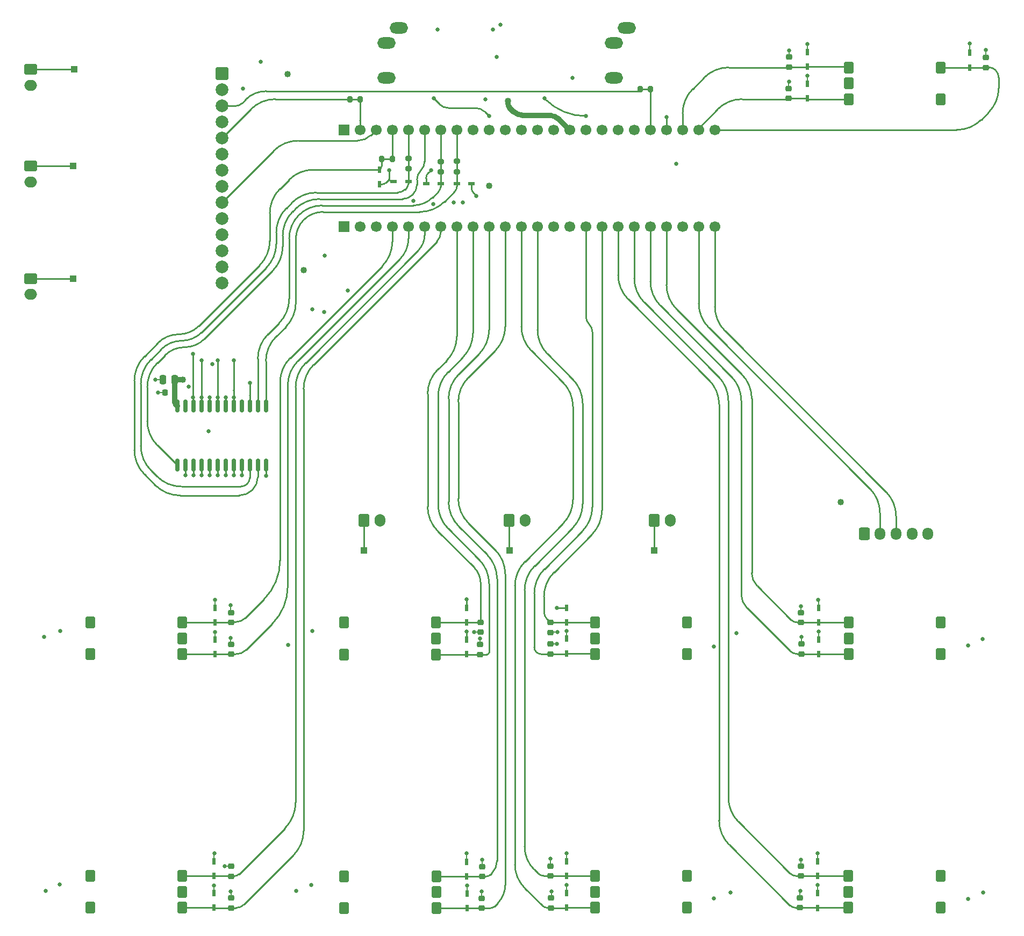
<source format=gbr>
%TF.GenerationSoftware,KiCad,Pcbnew,9.0.3*%
%TF.CreationDate,2025-09-04T08:55:28+02:00*%
%TF.ProjectId,midi_controller,6d696469-5f63-46f6-9e74-726f6c6c6572,rev?*%
%TF.SameCoordinates,Original*%
%TF.FileFunction,Copper,L1,Top*%
%TF.FilePolarity,Positive*%
%FSLAX46Y46*%
G04 Gerber Fmt 4.6, Leading zero omitted, Abs format (unit mm)*
G04 Created by KiCad (PCBNEW 9.0.3) date 2025-09-04 08:55:28*
%MOMM*%
%LPD*%
G01*
G04 APERTURE LIST*
G04 Aperture macros list*
%AMRoundRect*
0 Rectangle with rounded corners*
0 $1 Rounding radius*
0 $2 $3 $4 $5 $6 $7 $8 $9 X,Y pos of 4 corners*
0 Add a 4 corners polygon primitive as box body*
4,1,4,$2,$3,$4,$5,$6,$7,$8,$9,$2,$3,0*
0 Add four circle primitives for the rounded corners*
1,1,$1+$1,$2,$3*
1,1,$1+$1,$4,$5*
1,1,$1+$1,$6,$7*
1,1,$1+$1,$8,$9*
0 Add four rect primitives between the rounded corners*
20,1,$1+$1,$2,$3,$4,$5,0*
20,1,$1+$1,$4,$5,$6,$7,0*
20,1,$1+$1,$6,$7,$8,$9,0*
20,1,$1+$1,$8,$9,$2,$3,0*%
G04 Aperture macros list end*
%TA.AperFunction,SMDPad,CuDef*%
%ADD10RoundRect,0.225000X-0.250000X0.225000X-0.250000X-0.225000X0.250000X-0.225000X0.250000X0.225000X0*%
%TD*%
%TA.AperFunction,ComponentPad*%
%ADD11RoundRect,0.250000X-0.750000X0.750000X-0.750000X-0.750000X0.750000X-0.750000X0.750000X0.750000X0*%
%TD*%
%TA.AperFunction,ComponentPad*%
%ADD12C,2.000000*%
%TD*%
%TA.AperFunction,SMDPad,CuDef*%
%ADD13R,0.500000X1.100000*%
%TD*%
%TA.AperFunction,ComponentPad*%
%ADD14RoundRect,0.225000X0.525000X-0.675000X0.525000X0.675000X-0.525000X0.675000X-0.525000X-0.675000X0*%
%TD*%
%TA.AperFunction,ComponentPad*%
%ADD15RoundRect,0.225000X-0.525000X0.675000X-0.525000X-0.675000X0.525000X-0.675000X0.525000X0.675000X0*%
%TD*%
%TA.AperFunction,SMDPad,CuDef*%
%ADD16RoundRect,0.200000X-0.200000X-0.275000X0.200000X-0.275000X0.200000X0.275000X-0.200000X0.275000X0*%
%TD*%
%TA.AperFunction,SMDPad,CuDef*%
%ADD17R,1.100000X0.500000*%
%TD*%
%TA.AperFunction,SMDPad,CuDef*%
%ADD18R,1.000000X1.000000*%
%TD*%
%TA.AperFunction,SMDPad,CuDef*%
%ADD19RoundRect,0.150000X0.150000X-0.875000X0.150000X0.875000X-0.150000X0.875000X-0.150000X-0.875000X0*%
%TD*%
%TA.AperFunction,SMDPad,CuDef*%
%ADD20RoundRect,0.225000X0.225000X0.250000X-0.225000X0.250000X-0.225000X-0.250000X0.225000X-0.250000X0*%
%TD*%
%TA.AperFunction,SMDPad,CuDef*%
%ADD21RoundRect,0.225000X0.250000X-0.225000X0.250000X0.225000X-0.250000X0.225000X-0.250000X-0.225000X0*%
%TD*%
%TA.AperFunction,SMDPad,CuDef*%
%ADD22RoundRect,0.200000X-0.275000X0.200000X-0.275000X-0.200000X0.275000X-0.200000X0.275000X0.200000X0*%
%TD*%
%TA.AperFunction,SMDPad,CuDef*%
%ADD23RoundRect,0.200000X0.200000X0.275000X-0.200000X0.275000X-0.200000X-0.275000X0.200000X-0.275000X0*%
%TD*%
%TA.AperFunction,SMDPad,CuDef*%
%ADD24RoundRect,0.250000X0.250000X0.475000X-0.250000X0.475000X-0.250000X-0.475000X0.250000X-0.475000X0*%
%TD*%
%TA.AperFunction,ComponentPad*%
%ADD25RoundRect,0.250000X-0.600000X-0.725000X0.600000X-0.725000X0.600000X0.725000X-0.600000X0.725000X0*%
%TD*%
%TA.AperFunction,ComponentPad*%
%ADD26O,1.700000X1.950000*%
%TD*%
%TA.AperFunction,ComponentPad*%
%ADD27RoundRect,0.250000X-0.600000X-0.750000X0.600000X-0.750000X0.600000X0.750000X-0.600000X0.750000X0*%
%TD*%
%TA.AperFunction,ComponentPad*%
%ADD28O,1.700000X2.000000*%
%TD*%
%TA.AperFunction,ComponentPad*%
%ADD29RoundRect,0.250000X-0.750000X0.600000X-0.750000X-0.600000X0.750000X-0.600000X0.750000X0.600000X0*%
%TD*%
%TA.AperFunction,ComponentPad*%
%ADD30O,2.000000X1.700000*%
%TD*%
%TA.AperFunction,ComponentPad*%
%ADD31R,1.700000X1.700000*%
%TD*%
%TA.AperFunction,ComponentPad*%
%ADD32C,1.700000*%
%TD*%
%TA.AperFunction,ComponentPad*%
%ADD33O,2.900000X1.800000*%
%TD*%
%TA.AperFunction,ViaPad*%
%ADD34C,0.640000*%
%TD*%
%TA.AperFunction,ViaPad*%
%ADD35C,1.016000*%
%TD*%
%TA.AperFunction,Conductor*%
%ADD36C,0.200000*%
%TD*%
%TA.AperFunction,Conductor*%
%ADD37C,0.254000*%
%TD*%
%TA.AperFunction,Conductor*%
%ADD38C,0.812800*%
%TD*%
%TA.AperFunction,Conductor*%
%ADD39C,0.813000*%
%TD*%
G04 APERTURE END LIST*
D10*
%TO.P,C19,1*%
%TO.N,GND*%
X165514533Y-215899866D03*
%TO.P,C19,2*%
%TO.N,/MIDI_Encoder_Matrix_2x4_with_push_buttons/2x3.QUAD_A*%
X165514533Y-217459866D03*
%TD*%
D11*
%TO.P,DISP1,1,VCC*%
%TO.N,+5V*%
X113779995Y-91000000D03*
D12*
%TO.P,DISP1,2,GND*%
%TO.N,GND*%
X113779995Y-93540000D03*
%TO.P,DISP1,3,CS*%
%TO.N,/CS*%
X113779995Y-96080000D03*
%TO.P,DISP1,4,RST*%
%TO.N,/RST*%
X113779995Y-98620000D03*
%TO.P,DISP1,5,DC*%
%TO.N,/DC*%
X113779995Y-101160000D03*
%TO.P,DISP1,6,SDI/MOSI*%
%TO.N,/MOSI*%
X113779995Y-103700000D03*
%TO.P,DISP1,7,SCK*%
%TO.N,/SCK*%
X113779995Y-106240000D03*
%TO.P,DISP1,8,LED*%
%TO.N,/LED*%
X113779995Y-108780000D03*
%TO.P,DISP1,9,SDO/MISO*%
%TO.N,/MISO*%
X113779995Y-111320000D03*
%TO.P,DISP1,10,T_CLK*%
%TO.N,unconnected-(DISP1-T_CLK-Pad10)*%
X113779995Y-113860000D03*
%TO.P,DISP1,11,T_CS*%
%TO.N,unconnected-(DISP1-T_CS-Pad11)*%
X113779995Y-116400000D03*
%TO.P,DISP1,12,T_DIN*%
%TO.N,unconnected-(DISP1-T_DIN-Pad12)*%
X113779995Y-118940000D03*
%TO.P,DISP1,13,T_DO*%
%TO.N,unconnected-(DISP1-T_DO-Pad13)*%
X113779995Y-121480000D03*
%TO.P,DISP1,14,T_IRQ*%
%TO.N,unconnected-(DISP1-T_IRQ-Pad14)*%
X113779995Y-124020000D03*
%TD*%
D10*
%TO.P,C3,1*%
%TO.N,GND*%
X234096134Y-88438917D03*
%TO.P,C3,2*%
%TO.N,/NAV.SW*%
X234096134Y-89998917D03*
%TD*%
D13*
%TO.P,D10,1,K1*%
%TO.N,/MIDI_Encoder_Matrix_2x4_with_push_buttons/1x2.QUAD_B*%
X152315913Y-177496171D03*
%TO.P,D10,2,K2*%
%TO.N,GND*%
X152315913Y-175196171D03*
%TD*%
D14*
%TO.P,ENC_MECH6,1,SW1*%
%TO.N,/MIDI_Encoder_Matrix_2x4_with_push_buttons/2x1_SW_A*%
X93010013Y-222490018D03*
%TO.P,ENC_MECH6,2,GND*%
%TO.N,GND*%
X93010013Y-217490018D03*
%TO.P,ENC_MECH6,A,A*%
%TO.N,/MIDI_Encoder_Matrix_2x4_with_push_buttons/2x1.QUAD_A*%
X107510013Y-222490018D03*
%TO.P,ENC_MECH6,B,B*%
%TO.N,/MIDI_Encoder_Matrix_2x4_with_push_buttons/2x1.QUAD_B*%
X107510013Y-217490018D03*
%TO.P,ENC_MECH6,C,GND*%
%TO.N,GND*%
X107510013Y-219990018D03*
%TD*%
D15*
%TO.P,ENC_MECH8,1,SW1*%
%TO.N,/MIDI_Encoder_Matrix_2x4_with_push_buttons/2x3_SW_A*%
X187040013Y-217500018D03*
%TO.P,ENC_MECH8,2,GND*%
%TO.N,GND*%
X187040013Y-222500018D03*
%TO.P,ENC_MECH8,A,A*%
%TO.N,/MIDI_Encoder_Matrix_2x4_with_push_buttons/2x3.QUAD_A*%
X172540013Y-217500018D03*
%TO.P,ENC_MECH8,B,B*%
%TO.N,/MIDI_Encoder_Matrix_2x4_with_push_buttons/2x3.QUAD_B*%
X172540013Y-222500018D03*
%TO.P,ENC_MECH8,C,GND*%
%TO.N,GND*%
X172540013Y-220000018D03*
%TD*%
D13*
%TO.P,D16,1,K1*%
%TO.N,/MIDI_Encoder_Matrix_2x4_with_push_buttons/2x1.QUAD_B*%
X112562245Y-217492011D03*
%TO.P,D16,2,K2*%
%TO.N,GND*%
X112562245Y-215192011D03*
%TD*%
D10*
%TO.P,C2,1*%
%TO.N,GND*%
X203038756Y-93328067D03*
%TO.P,C2,2*%
%TO.N,/NAV.QUAD_B*%
X203038756Y-94888067D03*
%TD*%
D16*
%TO.P,R6,1*%
%TO.N,/CS*%
X179645347Y-93463999D03*
%TO.P,R6,2*%
X181285347Y-93463999D03*
%TD*%
D14*
%TO.P,ENC_MECH7,1,SW1*%
%TO.N,/MIDI_Encoder_Matrix_2x4_with_push_buttons/2x2_SW_A*%
X133050013Y-222530018D03*
%TO.P,ENC_MECH7,2,GND*%
%TO.N,GND*%
X133050013Y-217530018D03*
%TO.P,ENC_MECH7,A,A*%
%TO.N,/MIDI_Encoder_Matrix_2x4_with_push_buttons/2x2.QUAD_A*%
X147550013Y-222530018D03*
%TO.P,ENC_MECH7,B,B*%
%TO.N,/MIDI_Encoder_Matrix_2x4_with_push_buttons/2x2.QUAD_B*%
X147550013Y-217530018D03*
%TO.P,ENC_MECH7,C,GND*%
%TO.N,GND*%
X147550013Y-220030018D03*
%TD*%
%TO.P,ENC_MECH2,1,SW1*%
%TO.N,/MIDI_Encoder_Matrix_2x4_with_push_buttons/1x1_SW_A*%
X93040013Y-182500018D03*
%TO.P,ENC_MECH2,2,GND*%
%TO.N,GND*%
X93040013Y-177500018D03*
%TO.P,ENC_MECH2,A,A*%
%TO.N,/MIDI_Encoder_Matrix_2x4_with_push_buttons/1x1.QUAD_A*%
X107540013Y-182500018D03*
%TO.P,ENC_MECH2,B,B*%
%TO.N,/MIDI_Encoder_Matrix_2x4_with_push_buttons/1x1.QUAD_B*%
X107540013Y-177500018D03*
%TO.P,ENC_MECH2,C,GND*%
%TO.N,GND*%
X107540013Y-180000018D03*
%TD*%
D13*
%TO.P,D12,1,K1*%
%TO.N,/MIDI_Encoder_Matrix_2x4_with_push_buttons/1x3.QUAD_A*%
X168085816Y-177531094D03*
%TO.P,D12,2,K2*%
%TO.N,GND*%
X168085816Y-175231094D03*
%TD*%
D17*
%TO.P,D4,1,K1*%
%TO.N,/S3*%
X150793435Y-108354602D03*
%TO.P,D4,2,K2*%
%TO.N,GND*%
X153093435Y-108354602D03*
%TD*%
D18*
%TO.P,TP4,1,1*%
%TO.N,/Buttons_Momentary/BUTTON_PUSH_MOM_06*%
X136165347Y-166113999D03*
%TD*%
D13*
%TO.P,D21,1,K1*%
%TO.N,/MIDI_Encoder_Matrix_2x4_with_push_buttons/2x3.QUAD_B*%
X168076744Y-222494784D03*
%TO.P,D21,2,K2*%
%TO.N,GND*%
X168076744Y-220194784D03*
%TD*%
D18*
%TO.P,TP3,1,1*%
%TO.N,/Buttons_Momentary/BUTTON_PUSH_MOM_03*%
X90345347Y-123283999D03*
%TD*%
D10*
%TO.P,C7,1*%
%TO.N,GND*%
X115202585Y-180961390D03*
%TO.P,C7,2*%
%TO.N,/MIDI_Encoder_Matrix_2x4_with_push_buttons/1x1.QUAD_A*%
X115202585Y-182521390D03*
%TD*%
D13*
%TO.P,D18,1,K1*%
%TO.N,/MIDI_Encoder_Matrix_2x4_with_push_buttons/2x2.QUAD_A*%
X152365339Y-222531384D03*
%TO.P,D18,2,K2*%
%TO.N,GND*%
X152365339Y-220231384D03*
%TD*%
D18*
%TO.P,TP6,1,1*%
%TO.N,/Buttons_Momentary/BUTTON_PUSH_MOM_04*%
X181905347Y-166113999D03*
%TD*%
D13*
%TO.P,D11,1,K1*%
%TO.N,/MIDI_Encoder_Matrix_2x4_with_push_buttons/1x2.QUAD_A*%
X152297885Y-182531870D03*
%TO.P,D11,2,K2*%
%TO.N,GND*%
X152297885Y-180231870D03*
%TD*%
%TO.P,D15,1,K1*%
%TO.N,/MIDI_Encoder_Matrix_2x4_with_push_buttons/1x4.QUAD_B*%
X207766517Y-182509617D03*
%TO.P,D15,2,K2*%
%TO.N,GND*%
X207766517Y-180209617D03*
%TD*%
%TO.P,D22,1,K1*%
%TO.N,/MIDI_Encoder_Matrix_2x4_with_push_buttons/2x4.QUAD_A*%
X207636575Y-217494242D03*
%TO.P,D22,2,K2*%
%TO.N,GND*%
X207636575Y-215194242D03*
%TD*%
D10*
%TO.P,C21,1*%
%TO.N,GND*%
X204824752Y-220935996D03*
%TO.P,C21,2*%
%TO.N,/MIDI_Encoder_Matrix_2x4_with_push_buttons/2x4.QUAD_B*%
X204824752Y-222495996D03*
%TD*%
D18*
%TO.P,TP1,1,1*%
%TO.N,/Buttons_Momentary/BUTTON_PUSH_MOM_02*%
X90365347Y-105553999D03*
%TD*%
D10*
%TO.P,C15,1*%
%TO.N,GND*%
X115195150Y-215952883D03*
%TO.P,C15,2*%
%TO.N,/MIDI_Encoder_Matrix_2x4_with_push_buttons/2x1.QUAD_B*%
X115195150Y-217512883D03*
%TD*%
%TO.P,C20,1*%
%TO.N,GND*%
X205014453Y-215942099D03*
%TO.P,C20,2*%
%TO.N,/MIDI_Encoder_Matrix_2x4_with_push_buttons/2x4.QUAD_A*%
X205014453Y-217502099D03*
%TD*%
D19*
%TO.P,U1,1,COM*%
%TO.N,/COM*%
X106730046Y-152707085D03*
%TO.P,U1,2,I7*%
%TO.N,/MIDI_Encoder_Matrix_2x4_with_push_buttons/1x1_SW_A*%
X108000046Y-152707085D03*
%TO.P,U1,3,I6*%
%TO.N,/MIDI_Encoder_Matrix_2x4_with_push_buttons/2x1_SW_A*%
X109270046Y-152707085D03*
%TO.P,U1,4,I5*%
%TO.N,/MIDI_Encoder_Matrix_2x4_with_push_buttons/2x2_SW_A*%
X110540046Y-152707085D03*
%TO.P,U1,5,I4*%
%TO.N,/MIDI_Encoder_Matrix_2x4_with_push_buttons/1x2_SW_A*%
X111810046Y-152707085D03*
%TO.P,U1,6,I3*%
%TO.N,/MIDI_Encoder_Matrix_2x4_with_push_buttons/2x3_SW_A*%
X113080046Y-152707085D03*
%TO.P,U1,7,I2*%
%TO.N,/MIDI_Encoder_Matrix_2x4_with_push_buttons/1x3_SW_A*%
X114350046Y-152707085D03*
%TO.P,U1,8,I1*%
%TO.N,/MIDI_Encoder_Matrix_2x4_with_push_buttons/2x4_SW_A*%
X115620046Y-152707085D03*
%TO.P,U1,9,I0*%
%TO.N,/MIDI_Encoder_Matrix_2x4_with_push_buttons/1x4_SW_A*%
X116890046Y-152707085D03*
%TO.P,U1,10,S0*%
%TO.N,/S0*%
X118160046Y-152707085D03*
%TO.P,U1,11,S1*%
%TO.N,/S1*%
X119430046Y-152707085D03*
%TO.P,U1,12,GND*%
%TO.N,GND*%
X120700046Y-152707085D03*
%TO.P,U1,13,S3*%
%TO.N,/S3*%
X120700046Y-143407085D03*
%TO.P,U1,14,S2*%
%TO.N,/S2*%
X119430046Y-143407085D03*
%TO.P,U1,15,~{E}*%
%TO.N,GND*%
X118160046Y-143407085D03*
%TO.P,U1,16,I15*%
%TO.N,unconnected-(U1-I15-Pad16)*%
X116890046Y-143407085D03*
%TO.P,U1,17,I14*%
%TO.N,/Buttons_Momentary/BUTTON_PUSH_MOM_06*%
X115620046Y-143407085D03*
%TO.P,U1,18,I13*%
%TO.N,/Buttons_Momentary/BUTTON_PUSH_MOM_05*%
X114350046Y-143407085D03*
%TO.P,U1,19,I12*%
%TO.N,/Buttons_Momentary/BUTTON_PUSH_MOM_04*%
X113080046Y-143407085D03*
%TO.P,U1,20,I11*%
%TO.N,/Buttons_Momentary/BUTTON_PUSH_MOM_03*%
X111810046Y-143407085D03*
%TO.P,U1,21,I10*%
%TO.N,/Buttons_Momentary/BUTTON_PUSH_MOM_02*%
X110540046Y-143407085D03*
%TO.P,U1,22,I9*%
%TO.N,/Buttons_Momentary/BUTTON_PUSH_MOM_01*%
X109270046Y-143407085D03*
%TO.P,U1,23,I8*%
%TO.N,unconnected-(U1-I8-Pad23)*%
X108000046Y-143407085D03*
%TO.P,U1,24,VCC*%
%TO.N,+3V3_A*%
X106730046Y-143407085D03*
%TD*%
D20*
%TO.P,C5,1*%
%TO.N,+3V3_A*%
X106353347Y-141223999D03*
%TO.P,C5,2*%
%TO.N,GND*%
X104793347Y-141223999D03*
%TD*%
D18*
%TO.P,TP2,1,1*%
%TO.N,/Buttons_Momentary/BUTTON_PUSH_MOM_01*%
X90475347Y-90313999D03*
%TD*%
D10*
%TO.P,C12,1*%
%TO.N,GND*%
X205007426Y-175940574D03*
%TO.P,C12,2*%
%TO.N,/MIDI_Encoder_Matrix_2x4_with_push_buttons/1x4.QUAD_A*%
X205007426Y-177500574D03*
%TD*%
%TO.P,C1,1*%
%TO.N,GND*%
X203109347Y-88355999D03*
%TO.P,C1,2*%
%TO.N,/NAV.QUAD_A*%
X203109347Y-89915999D03*
%TD*%
D15*
%TO.P,ENC_MECH1,1,SW1*%
%TO.N,/NAV.SW*%
X227000013Y-90000018D03*
%TO.P,ENC_MECH1,2,GND*%
%TO.N,GND*%
X227000013Y-95000018D03*
%TO.P,ENC_MECH1,A,A*%
%TO.N,/NAV.QUAD_A*%
X212500013Y-90000018D03*
%TO.P,ENC_MECH1,B,B*%
%TO.N,/NAV.QUAD_B*%
X212500013Y-95000018D03*
%TO.P,ENC_MECH1,C,GND*%
%TO.N,GND*%
X212500013Y-92500018D03*
%TD*%
D13*
%TO.P,D14,1,K1*%
%TO.N,/MIDI_Encoder_Matrix_2x4_with_push_buttons/1x4.QUAD_A*%
X207731323Y-177503325D03*
%TO.P,D14,2,K2*%
%TO.N,GND*%
X207731323Y-175203325D03*
%TD*%
D10*
%TO.P,C6,1*%
%TO.N,GND*%
X115199742Y-175977465D03*
%TO.P,C6,2*%
%TO.N,/MIDI_Encoder_Matrix_2x4_with_push_buttons/1x1.QUAD_B*%
X115199742Y-177537465D03*
%TD*%
D21*
%TO.P,C10,1*%
%TO.N,GND*%
X165514533Y-179087999D03*
%TO.P,C10,2*%
%TO.N,/MIDI_Encoder_Matrix_2x4_with_push_buttons/1x3.QUAD_A*%
X165514533Y-177527999D03*
%TD*%
D17*
%TO.P,D6,1,K1*%
%TO.N,/S2*%
X148230710Y-108360458D03*
%TO.P,D6,2,K2*%
%TO.N,GND*%
X145930710Y-108360458D03*
%TD*%
D13*
%TO.P,D3,1,K1*%
%TO.N,/S1*%
X138613366Y-106129557D03*
%TO.P,D3,2,K2*%
%TO.N,GND*%
X138613366Y-108429557D03*
%TD*%
D21*
%TO.P,C9,1*%
%TO.N,GND*%
X154533251Y-179061657D03*
%TO.P,C9,2*%
%TO.N,/MIDI_Encoder_Matrix_2x4_with_push_buttons/1x2.QUAD_B*%
X154533251Y-177501657D03*
%TD*%
D10*
%TO.P,C18,1*%
%TO.N,GND*%
X165610633Y-220960680D03*
%TO.P,C18,2*%
%TO.N,/MIDI_Encoder_Matrix_2x4_with_push_buttons/2x3.QUAD_B*%
X165610633Y-222520680D03*
%TD*%
%TO.P,C16,1*%
%TO.N,GND*%
X154684073Y-221006780D03*
%TO.P,C16,2*%
%TO.N,/MIDI_Encoder_Matrix_2x4_with_push_buttons/2x2.QUAD_A*%
X154684073Y-222566780D03*
%TD*%
D15*
%TO.P,ENC_MECH9,1,SW1*%
%TO.N,/MIDI_Encoder_Matrix_2x4_with_push_buttons/2x4_SW_A*%
X226970013Y-217500018D03*
%TO.P,ENC_MECH9,2,GND*%
%TO.N,GND*%
X226970013Y-222500018D03*
%TO.P,ENC_MECH9,A,A*%
%TO.N,/MIDI_Encoder_Matrix_2x4_with_push_buttons/2x4.QUAD_A*%
X212470013Y-217500018D03*
%TO.P,ENC_MECH9,B,B*%
%TO.N,/MIDI_Encoder_Matrix_2x4_with_push_buttons/2x4.QUAD_B*%
X212470013Y-222500018D03*
%TO.P,ENC_MECH9,C,GND*%
%TO.N,GND*%
X212470013Y-220000018D03*
%TD*%
D13*
%TO.P,D19,1,K1*%
%TO.N,/MIDI_Encoder_Matrix_2x4_with_push_buttons/2x2.QUAD_B*%
X152321973Y-217532445D03*
%TO.P,D19,2,K2*%
%TO.N,GND*%
X152321973Y-215232445D03*
%TD*%
D15*
%TO.P,ENC_MECH4,1,SW1*%
%TO.N,/MIDI_Encoder_Matrix_2x4_with_push_buttons/1x3_SW_A*%
X187060013Y-177530018D03*
%TO.P,ENC_MECH4,2,GND*%
%TO.N,GND*%
X187060013Y-182530018D03*
%TO.P,ENC_MECH4,A,A*%
%TO.N,/MIDI_Encoder_Matrix_2x4_with_push_buttons/1x3.QUAD_A*%
X172560013Y-177530018D03*
%TO.P,ENC_MECH4,B,B*%
%TO.N,/MIDI_Encoder_Matrix_2x4_with_push_buttons/1x3.QUAD_B*%
X172560013Y-182530018D03*
%TO.P,ENC_MECH4,C,GND*%
%TO.N,GND*%
X172560013Y-180030018D03*
%TD*%
D13*
%TO.P,D13,1,K1*%
%TO.N,/MIDI_Encoder_Matrix_2x4_with_push_buttons/1x3.QUAD_B*%
X168057897Y-182380380D03*
%TO.P,D13,2,K2*%
%TO.N,GND*%
X168057897Y-180080380D03*
%TD*%
%TO.P,D8,1,K1*%
%TO.N,/MIDI_Encoder_Matrix_2x4_with_push_buttons/1x1.QUAD_B*%
X112675611Y-177530004D03*
%TO.P,D8,2,K2*%
%TO.N,GND*%
X112675611Y-175230004D03*
%TD*%
%TO.P,D9,1,K1*%
%TO.N,/MIDI_Encoder_Matrix_2x4_with_push_buttons/1x1.QUAD_A*%
X112674317Y-182508523D03*
%TO.P,D9,2,K2*%
%TO.N,GND*%
X112674317Y-180208523D03*
%TD*%
D22*
%TO.P,R5,1*%
%TO.N,/S3*%
X150788766Y-104810634D03*
%TO.P,R5,2*%
X150788766Y-106460634D03*
%TD*%
D13*
%TO.P,D1,1,K1*%
%TO.N,/NAV.QUAD_A*%
X205970141Y-89908309D03*
%TO.P,D1,2,K2*%
%TO.N,GND*%
X205970141Y-87608309D03*
%TD*%
%TO.P,D23,1,K1*%
%TO.N,/MIDI_Encoder_Matrix_2x4_with_push_buttons/2x4.QUAD_B*%
X207642088Y-222500455D03*
%TO.P,D23,2,K2*%
%TO.N,GND*%
X207642088Y-220200455D03*
%TD*%
D15*
%TO.P,ENC_MECH5,1,SW1*%
%TO.N,/MIDI_Encoder_Matrix_2x4_with_push_buttons/1x4_SW_A*%
X227000013Y-177510018D03*
%TO.P,ENC_MECH5,2,GND*%
%TO.N,GND*%
X227000013Y-182510018D03*
%TO.P,ENC_MECH5,A,A*%
%TO.N,/MIDI_Encoder_Matrix_2x4_with_push_buttons/1x4.QUAD_A*%
X212500013Y-177510018D03*
%TO.P,ENC_MECH5,B,B*%
%TO.N,/MIDI_Encoder_Matrix_2x4_with_push_buttons/1x4.QUAD_B*%
X212500013Y-182510018D03*
%TO.P,ENC_MECH5,C,GND*%
%TO.N,GND*%
X212500013Y-180010018D03*
%TD*%
D10*
%TO.P,C17,1*%
%TO.N,GND*%
X154748914Y-216008374D03*
%TO.P,C17,2*%
%TO.N,/MIDI_Encoder_Matrix_2x4_with_push_buttons/2x2.QUAD_B*%
X154748914Y-217568374D03*
%TD*%
D13*
%TO.P,D2,1,K1*%
%TO.N,/NAV.SW*%
X231557347Y-89997316D03*
%TO.P,D2,2,K2*%
%TO.N,GND*%
X231557347Y-87697316D03*
%TD*%
D17*
%TO.P,D5,1,K1*%
%TO.N,/S0*%
X143137561Y-107958640D03*
%TO.P,D5,2,K2*%
%TO.N,GND*%
X140837561Y-107958640D03*
%TD*%
D16*
%TO.P,R1,1*%
%TO.N,/DC*%
X133940468Y-95024001D03*
%TO.P,R1,2*%
X135580468Y-95024001D03*
%TD*%
D18*
%TO.P,TP5,1,1*%
%TO.N,/Buttons_Momentary/BUTTON_PUSH_MOM_05*%
X159055347Y-166113999D03*
%TD*%
D13*
%TO.P,D17,1,K1*%
%TO.N,/MIDI_Encoder_Matrix_2x4_with_push_buttons/2x1.QUAD_A*%
X112506521Y-222493450D03*
%TO.P,D17,2,K2*%
%TO.N,GND*%
X112506521Y-220193450D03*
%TD*%
D22*
%TO.P,R4,1*%
%TO.N,/S0*%
X143165347Y-104330999D03*
%TO.P,R4,2*%
X143165347Y-105980999D03*
%TD*%
%TO.P,R3,1*%
%TO.N,/S2*%
X148245347Y-104838999D03*
%TO.P,R3,2*%
X148245347Y-106488999D03*
%TD*%
D23*
%TO.P,R2,1*%
%TO.N,/S1*%
X140605541Y-104404064D03*
%TO.P,R2,2*%
X138955541Y-104404064D03*
%TD*%
D13*
%TO.P,D7,1,K1*%
%TO.N,/NAV.QUAD_B*%
X205967208Y-94906190D03*
%TO.P,D7,2,K2*%
%TO.N,GND*%
X205967208Y-92606190D03*
%TD*%
D10*
%TO.P,C11,1*%
%TO.N,GND*%
X165516358Y-180924146D03*
%TO.P,C11,2*%
%TO.N,/MIDI_Encoder_Matrix_2x4_with_push_buttons/1x3.QUAD_B*%
X165516358Y-182484146D03*
%TD*%
D13*
%TO.P,D20,1,K1*%
%TO.N,/MIDI_Encoder_Matrix_2x4_with_push_buttons/2x3.QUAD_A*%
X168041982Y-217493969D03*
%TO.P,D20,2,K2*%
%TO.N,GND*%
X168041982Y-215193969D03*
%TD*%
D14*
%TO.P,ENC_MECH3,1,SW1*%
%TO.N,/MIDI_Encoder_Matrix_2x4_with_push_buttons/1x2_SW_A*%
X133010013Y-182540018D03*
%TO.P,ENC_MECH3,2,GND*%
%TO.N,GND*%
X133010013Y-177540018D03*
%TO.P,ENC_MECH3,A,A*%
%TO.N,/MIDI_Encoder_Matrix_2x4_with_push_buttons/1x2.QUAD_A*%
X147510013Y-182540018D03*
%TO.P,ENC_MECH3,B,B*%
%TO.N,/MIDI_Encoder_Matrix_2x4_with_push_buttons/1x2.QUAD_B*%
X147510013Y-177540018D03*
%TO.P,ENC_MECH3,C,GND*%
%TO.N,GND*%
X147510013Y-180040018D03*
%TD*%
D10*
%TO.P,C13,1*%
%TO.N,GND*%
X205077657Y-180926977D03*
%TO.P,C13,2*%
%TO.N,/MIDI_Encoder_Matrix_2x4_with_push_buttons/1x4.QUAD_B*%
X205077657Y-182486977D03*
%TD*%
%TO.P,C14,1*%
%TO.N,GND*%
X115214317Y-220949282D03*
%TO.P,C14,2*%
%TO.N,/MIDI_Encoder_Matrix_2x4_with_push_buttons/2x1.QUAD_A*%
X115214317Y-222509282D03*
%TD*%
D24*
%TO.P,C4,1*%
%TO.N,+3V3_A*%
X106352036Y-139201442D03*
%TO.P,C4,2*%
%TO.N,GND*%
X104452036Y-139201442D03*
%TD*%
D10*
%TO.P,C8,1*%
%TO.N,GND*%
X154399680Y-180989413D03*
%TO.P,C8,2*%
%TO.N,/MIDI_Encoder_Matrix_2x4_with_push_buttons/1x2.QUAD_A*%
X154399680Y-182549413D03*
%TD*%
D25*
%TO.P,J8,1,Pin_1*%
%TO.N,Net-(J8-Pin_1)*%
X214964004Y-163552085D03*
D26*
%TO.P,J8,2,Pin_2*%
%TO.N,/OPT.QUAD_A*%
X217464004Y-163552085D03*
%TO.P,J8,3,Pin_3*%
%TO.N,/OPT.QUAD_B*%
X219964004Y-163552085D03*
%TO.P,J8,4,Pin_4*%
%TO.N,GND*%
X222464004Y-163552085D03*
%TO.P,J8,5,Pin_5*%
X224964004Y-163552085D03*
%TD*%
D27*
%TO.P,J10,1,Pin_1*%
%TO.N,/Buttons_Momentary/BUTTON_PUSH_MOM_05*%
X159004004Y-161392085D03*
D28*
%TO.P,J10,2,Pin_2*%
%TO.N,GND*%
X161504004Y-161392085D03*
%TD*%
D29*
%TO.P,J4,1,Pin_1*%
%TO.N,/Buttons_Momentary/BUTTON_PUSH_MOM_02*%
X83665046Y-105552085D03*
D30*
%TO.P,J4,2,Pin_2*%
%TO.N,GND*%
X83665046Y-108052085D03*
%TD*%
D31*
%TO.P,J3,1,Pin_1*%
%TO.N,GND*%
X133000004Y-99842085D03*
D32*
%TO.P,J3,2,Pin_2*%
%TO.N,/DC*%
X135540004Y-99842085D03*
%TO.P,J3,3,Pin_3*%
%TO.N,/MISO*%
X138080004Y-99842085D03*
%TO.P,J3,4,Pin_4*%
%TO.N,/S1*%
X140620004Y-99842085D03*
%TO.P,J3,5,Pin_5*%
%TO.N,/S0*%
X143160004Y-99842085D03*
%TO.P,J3,6,Pin_6*%
%TO.N,/COM*%
X145700004Y-99842085D03*
%TO.P,J3,7,Pin_7*%
%TO.N,/S2*%
X148240004Y-99842085D03*
%TO.P,J3,8,Pin_8*%
%TO.N,/S3*%
X150780004Y-99842085D03*
%TO.P,J3,9,Pin_9*%
%TO.N,/Teensy_4.1/T7*%
X153320004Y-99842085D03*
%TO.P,J3,10,Pin_10*%
%TO.N,/TX2*%
X155860004Y-99842085D03*
%TO.P,J3,11,Pin_11*%
%TO.N,/Teensy_4.1/T9*%
X158400004Y-99842085D03*
%TO.P,J3,12,Pin_12*%
%TO.N,/Teensy_4.1/T10*%
X160940004Y-99842085D03*
%TO.P,J3,13,Pin_13*%
%TO.N,/Teensy_4.1/T11*%
X163480004Y-99842085D03*
%TO.P,J3,14,Pin_14*%
%TO.N,/Teensy_4.1/T12*%
X166020004Y-99842085D03*
%TO.P,J3,15,Pin_15*%
%TO.N,+3V3_B*%
X168560004Y-99842085D03*
%TO.P,J3,16,Pin_16*%
%TO.N,/Teensy_4.1/T24*%
X171100004Y-99842085D03*
%TO.P,J3,17,Pin_17*%
%TO.N,/RX6*%
X173640004Y-99842085D03*
%TO.P,J3,18,Pin_18*%
%TO.N,/MOSI*%
X176180004Y-99842085D03*
%TO.P,J3,19,Pin_19*%
%TO.N,/SCK*%
X178720004Y-99842085D03*
%TO.P,J3,20,Pin_20*%
%TO.N,/CS*%
X181260004Y-99842085D03*
%TO.P,J3,21,Pin_21*%
%TO.N,/RST*%
X183800004Y-99842085D03*
%TO.P,J3,22,Pin_22*%
%TO.N,/NAV.QUAD_A*%
X186340004Y-99842085D03*
%TO.P,J3,23,Pin_23*%
%TO.N,/NAV.QUAD_B*%
X188880004Y-99842085D03*
%TO.P,J3,24,Pin_24*%
%TO.N,/NAV.SW*%
X191420004Y-99842085D03*
%TD*%
D27*
%TO.P,J9,1,Pin_1*%
%TO.N,/Buttons_Momentary/BUTTON_PUSH_MOM_04*%
X181904004Y-161392085D03*
D28*
%TO.P,J9,2,Pin_2*%
%TO.N,GND*%
X184404004Y-161392085D03*
%TD*%
D33*
%TO.P,J1,R*%
%TO.N,Net-(J1-PadR)*%
X175515347Y-91653999D03*
%TO.P,J1,S*%
%TO.N,GND*%
X177515347Y-83753999D03*
%TO.P,J1,T*%
%TO.N,Net-(U2-C)*%
X175515347Y-86153999D03*
%TD*%
%TO.P,J2,R*%
%TO.N,Net-(J2-PadR)*%
X139685347Y-91653999D03*
%TO.P,J2,S*%
%TO.N,GND*%
X141685347Y-83753999D03*
%TO.P,J2,T*%
%TO.N,Net-(J2-PadT)*%
X139685347Y-86153999D03*
%TD*%
D31*
%TO.P,J6,1,Pin_1*%
%TO.N,+5V*%
X133000004Y-115082085D03*
D32*
%TO.P,J6,2,Pin_2*%
%TO.N,GND*%
X135540004Y-115082085D03*
%TO.P,J6,3,Pin_3*%
%TO.N,+3V3_A*%
X138080004Y-115082085D03*
%TO.P,J6,4,Pin_4*%
%TO.N,/MIDI_Encoder_Matrix_2x4_with_push_buttons/1x1.QUAD_B*%
X140620004Y-115082085D03*
%TO.P,J6,5,Pin_5*%
%TO.N,/MIDI_Encoder_Matrix_2x4_with_push_buttons/1x1.QUAD_A*%
X143160004Y-115082085D03*
%TO.P,J6,6,Pin_6*%
%TO.N,/MIDI_Encoder_Matrix_2x4_with_push_buttons/2x1.QUAD_B*%
X145700004Y-115082085D03*
%TO.P,J6,7,Pin_7*%
%TO.N,/MIDI_Encoder_Matrix_2x4_with_push_buttons/2x1.QUAD_A*%
X148240004Y-115082085D03*
%TO.P,J6,8,Pin_8*%
%TO.N,/MIDI_Encoder_Matrix_2x4_with_push_buttons/1x2.QUAD_B*%
X150780004Y-115082085D03*
%TO.P,J6,9,Pin_9*%
%TO.N,/MIDI_Encoder_Matrix_2x4_with_push_buttons/1x2.QUAD_A*%
X153320004Y-115082085D03*
%TO.P,J6,10,Pin_10*%
%TO.N,/MIDI_Encoder_Matrix_2x4_with_push_buttons/2x2.QUAD_B*%
X155860004Y-115082085D03*
%TO.P,J6,11,Pin_11*%
%TO.N,/MIDI_Encoder_Matrix_2x4_with_push_buttons/2x2.QUAD_A*%
X158400004Y-115082085D03*
%TO.P,J6,12,Pin_12*%
%TO.N,/MIDI_Encoder_Matrix_2x4_with_push_buttons/2x3.QUAD_B*%
X160940004Y-115082085D03*
%TO.P,J6,13,Pin_13*%
%TO.N,/MIDI_Encoder_Matrix_2x4_with_push_buttons/2x3.QUAD_A*%
X163480004Y-115082085D03*
%TO.P,J6,14,Pin_14*%
%TO.N,/Teensy_4.1/T13*%
X166020004Y-115082085D03*
%TO.P,J6,15,Pin_15*%
%TO.N,GND*%
X168560004Y-115082085D03*
%TO.P,J6,16,Pin_16*%
%TO.N,/MIDI_Encoder_Matrix_2x4_with_push_buttons/1x3.QUAD_B*%
X171100004Y-115082085D03*
%TO.P,J6,17,Pin_17*%
%TO.N,/MIDI_Encoder_Matrix_2x4_with_push_buttons/1x3.QUAD_A*%
X173640004Y-115082085D03*
%TO.P,J6,18,Pin_18*%
%TO.N,/MIDI_Encoder_Matrix_2x4_with_push_buttons/2x4.QUAD_B*%
X176180004Y-115082085D03*
%TO.P,J6,19,Pin_19*%
%TO.N,/MIDI_Encoder_Matrix_2x4_with_push_buttons/2x4.QUAD_A*%
X178720004Y-115082085D03*
%TO.P,J6,20,Pin_20*%
%TO.N,/MIDI_Encoder_Matrix_2x4_with_push_buttons/1x4.QUAD_B*%
X181260004Y-115082085D03*
%TO.P,J6,21,Pin_21*%
%TO.N,/MIDI_Encoder_Matrix_2x4_with_push_buttons/1x4.QUAD_A*%
X183800004Y-115082085D03*
%TO.P,J6,22,Pin_22*%
%TO.N,/Teensy_4.1/T35*%
X186340004Y-115082085D03*
%TO.P,J6,23,Pin_23*%
%TO.N,/OPT.QUAD_A*%
X188880004Y-115082085D03*
%TO.P,J6,24,Pin_24*%
%TO.N,/OPT.QUAD_B*%
X191420004Y-115082085D03*
%TD*%
D27*
%TO.P,J11,1,Pin_1*%
%TO.N,/Buttons_Momentary/BUTTON_PUSH_MOM_06*%
X136144004Y-161392085D03*
D28*
%TO.P,J11,2,Pin_2*%
%TO.N,GND*%
X138644004Y-161392085D03*
%TD*%
D29*
%TO.P,J7,1,Pin_1*%
%TO.N,/Buttons_Momentary/BUTTON_PUSH_MOM_03*%
X83665046Y-123282085D03*
D30*
%TO.P,J7,2,Pin_2*%
%TO.N,GND*%
X83665046Y-125782085D03*
%TD*%
D29*
%TO.P,J5,1,Pin_1*%
%TO.N,/Buttons_Momentary/BUTTON_PUSH_MOM_01*%
X83665046Y-90312085D03*
D30*
%TO.P,J5,2,Pin_2*%
%TO.N,GND*%
X83665046Y-92812085D03*
%TD*%
D34*
%TO.N,GND*%
X193885347Y-220123999D03*
X191285347Y-221023999D03*
X85785347Y-179823999D03*
X88285347Y-178823999D03*
X127985347Y-178823999D03*
X124185347Y-181023999D03*
X194785347Y-179223999D03*
X191285347Y-181323999D03*
X233585347Y-180123999D03*
X231285347Y-181123999D03*
X233685347Y-220123999D03*
X231285347Y-221123999D03*
X127885347Y-218923999D03*
X125485347Y-219823999D03*
X88185347Y-218823999D03*
X85985347Y-219823999D03*
X143963894Y-111013541D03*
X147085347Y-111523999D03*
X153833347Y-110235999D03*
X151685347Y-111323999D03*
X129885347Y-128523999D03*
X127985347Y-128123999D03*
X156485347Y-84023999D03*
X157085347Y-88323999D03*
X147785347Y-84023999D03*
X103285347Y-139223999D03*
X168085347Y-178823999D03*
X115185347Y-174823999D03*
X112685347Y-173923999D03*
X115185347Y-179923999D03*
X112685347Y-179023999D03*
X166536011Y-180921649D03*
X166585347Y-179023999D03*
X207585347Y-213923999D03*
X204985347Y-214923999D03*
X207585347Y-218923999D03*
X168085347Y-218923999D03*
X168085347Y-213923999D03*
X165485347Y-214723999D03*
X152285347Y-213923999D03*
X154785347Y-214923999D03*
X154685347Y-219923999D03*
X152385347Y-219023999D03*
X115185347Y-219923999D03*
X112485347Y-219023999D03*
X114185347Y-215923999D03*
X112585347Y-213923999D03*
X111669347Y-147319999D03*
X154444359Y-180027118D03*
X153498171Y-179038643D03*
X152285347Y-178923999D03*
X207685347Y-173923999D03*
X207785347Y-178923999D03*
X205985347Y-86323999D03*
X234085347Y-87223999D03*
X205985347Y-91323999D03*
X165685347Y-219923999D03*
X204885347Y-219823999D03*
X205085347Y-179823999D03*
X203085347Y-92223999D03*
D35*
%TO.N,+5V*%
X124087201Y-91040200D03*
X211237347Y-158495999D03*
X155865347Y-108625892D03*
D34*
%TO.N,GND*%
X103685347Y-141223999D03*
X129927961Y-119708156D03*
X112282575Y-136807710D03*
X152285347Y-173823999D03*
X157685347Y-83223999D03*
X168985347Y-91623999D03*
X155315347Y-95027766D03*
X203085347Y-87323999D03*
X133601929Y-125191828D03*
X118161275Y-139706489D03*
X119926432Y-89148606D03*
X204985347Y-174923999D03*
X185329347Y-105155999D03*
X231585347Y-86223999D03*
X146721347Y-106171999D03*
X108529686Y-140299660D03*
X166533347Y-175231227D03*
X120700004Y-154400000D03*
X150285347Y-111323999D03*
X117085347Y-93323999D03*
X140117347Y-106171999D03*
%TO.N,/MIDI_Encoder_Matrix_2x4_with_push_buttons/1x1_SW_A*%
X108000046Y-154279979D03*
%TO.N,/MIDI_Encoder_Matrix_2x4_with_push_buttons/1x2_SW_A*%
X111810046Y-154279979D03*
%TO.N,/MIDI_Encoder_Matrix_2x4_with_push_buttons/1x3_SW_A*%
X114350046Y-154279979D03*
%TO.N,/MIDI_Encoder_Matrix_2x4_with_push_buttons/1x4_SW_A*%
X116890046Y-154279979D03*
%TO.N,/MIDI_Encoder_Matrix_2x4_with_push_buttons/2x1_SW_A*%
X109270046Y-154279979D03*
%TO.N,/MIDI_Encoder_Matrix_2x4_with_push_buttons/2x2_SW_A*%
X110540046Y-154279979D03*
%TO.N,/MIDI_Encoder_Matrix_2x4_with_push_buttons/2x3_SW_A*%
X113080046Y-154279979D03*
%TO.N,/MIDI_Encoder_Matrix_2x4_with_push_buttons/2x4_SW_A*%
X115620046Y-154279979D03*
%TO.N,/Buttons_Momentary/BUTTON_PUSH_MOM_01*%
X109241445Y-142008334D03*
X109247298Y-135127999D03*
%TO.N,/Buttons_Momentary/BUTTON_PUSH_MOM_02*%
X110544220Y-141995625D03*
X110540004Y-136143999D03*
%TO.N,/Buttons_Momentary/BUTTON_PUSH_MOM_03*%
X111817096Y-142000513D03*
%TO.N,/Buttons_Momentary/BUTTON_PUSH_MOM_04*%
X113095586Y-141989733D03*
X113080804Y-136143999D03*
%TO.N,/Buttons_Momentary/BUTTON_PUSH_MOM_05*%
X114350121Y-141990085D03*
%TO.N,/Buttons_Momentary/BUTTON_PUSH_MOM_06*%
X115618740Y-136143999D03*
X115621248Y-141997554D03*
%TO.N,/RST*%
X183801653Y-97843669D03*
%TO.N,/RX6*%
X171115347Y-97673999D03*
X164565347Y-94903999D03*
%TO.N,/TX2*%
X155860004Y-97688656D03*
X147135347Y-94903999D03*
D35*
%TO.N,+3V3_A*%
X126686291Y-121919999D03*
X107605347Y-139191999D03*
%TO.N,+3V3_B*%
X158825347Y-95313999D03*
%TD*%
D36*
%TO.N,GND*%
X103685347Y-141223999D02*
X104793347Y-141223999D01*
X104429479Y-139223999D02*
X104452036Y-139201442D01*
X103285347Y-139223999D02*
X104429479Y-139223999D01*
X112562245Y-213947101D02*
X112562245Y-215192011D01*
X112585347Y-213923999D02*
X112562245Y-213947101D01*
X114185347Y-215923999D02*
X115166266Y-215923999D01*
X115166266Y-215923999D02*
X115195150Y-215952883D01*
X112506521Y-219045173D02*
X112506521Y-220193450D01*
X112485347Y-219023999D02*
X112506521Y-219045173D01*
X115214317Y-219952969D02*
X115214317Y-220949282D01*
X115185347Y-219923999D02*
X115214317Y-219952969D01*
X154748914Y-214960432D02*
X154748914Y-216008374D01*
X154785347Y-214923999D02*
X154748914Y-214960432D01*
X152285347Y-213923999D02*
X152285347Y-215195819D01*
X152285347Y-215195819D02*
X152321973Y-215232445D01*
X152385347Y-219023999D02*
X152365339Y-219044007D01*
X152365339Y-219044007D02*
X152365339Y-220231384D01*
X154685347Y-221005506D02*
X154684073Y-221006780D01*
X154685347Y-219923999D02*
X154685347Y-221005506D01*
X168085347Y-220186181D02*
X168076744Y-220194784D01*
X168085347Y-218923999D02*
X168085347Y-220186181D01*
X165685347Y-220885966D02*
X165610633Y-220960680D01*
X165685347Y-219923999D02*
X165685347Y-220885966D01*
X165485347Y-215870680D02*
X165514533Y-215899866D01*
X165485347Y-214723999D02*
X165485347Y-215870680D01*
X168085347Y-213923999D02*
X168085347Y-215150604D01*
X168085347Y-215150604D02*
X168041982Y-215193969D01*
X207585347Y-220143714D02*
X207642088Y-220200455D01*
X207585347Y-218923999D02*
X207585347Y-220143714D01*
X204824752Y-219884594D02*
X204824752Y-220935996D01*
X204885347Y-219823999D02*
X204824752Y-219884594D01*
X204985347Y-214923999D02*
X204985347Y-215912993D01*
X204985347Y-215912993D02*
X205014453Y-215942099D01*
X207585347Y-215143014D02*
X207636575Y-215194242D01*
X207585347Y-213923999D02*
X207585347Y-215143014D01*
X207766517Y-178942829D02*
X207766517Y-180209617D01*
X207785347Y-178923999D02*
X207766517Y-178942829D01*
X205077657Y-179831689D02*
X205077657Y-180926977D01*
X205085347Y-179823999D02*
X205077657Y-179831689D01*
X204985347Y-175918495D02*
X205007426Y-175940574D01*
X204985347Y-174923999D02*
X204985347Y-175918495D01*
X207731323Y-173969975D02*
X207731323Y-175203325D01*
X207685347Y-173923999D02*
X207731323Y-173969975D01*
X166536011Y-180921649D02*
X165518855Y-180921649D01*
X165518855Y-180921649D02*
X165516358Y-180924146D01*
X165578533Y-179023999D02*
X165514533Y-179087999D01*
X166585347Y-179023999D02*
X165578533Y-179023999D01*
X168057897Y-178851449D02*
X168057897Y-180080380D01*
X168085347Y-178823999D02*
X168057897Y-178851449D01*
X115185347Y-180944152D02*
X115202585Y-180961390D01*
X115185347Y-179923999D02*
X115185347Y-180944152D01*
X112685347Y-180197493D02*
X112674317Y-180208523D01*
X112685347Y-179023999D02*
X112685347Y-180197493D01*
X112685347Y-175220268D02*
X112675611Y-175230004D01*
X112685347Y-173923999D02*
X112685347Y-175220268D01*
X115185347Y-174823999D02*
X115185347Y-175963070D01*
X115185347Y-175963070D02*
X115199742Y-175977465D01*
X154510237Y-179038643D02*
X154533251Y-179061657D01*
X153498171Y-179038643D02*
X154510237Y-179038643D01*
X154399680Y-180071797D02*
X154444359Y-180027118D01*
X154399680Y-180989413D02*
X154399680Y-180071797D01*
D37*
X152297885Y-178936537D02*
X152285347Y-178923999D01*
X152297885Y-180231870D02*
X152297885Y-178936537D01*
X152285347Y-175165605D02*
X152315913Y-175196171D01*
X152285347Y-173823999D02*
X152285347Y-175165605D01*
D36*
X203109347Y-87347999D02*
X203085347Y-87323999D01*
X203109347Y-88355999D02*
X203109347Y-87347999D01*
X205970141Y-86339205D02*
X205985347Y-86323999D01*
X205970141Y-87608309D02*
X205970141Y-86339205D01*
X205967208Y-91342138D02*
X205985347Y-91323999D01*
X205967208Y-92606190D02*
X205967208Y-91342138D01*
X203038756Y-92270590D02*
X203085347Y-92223999D01*
X203038756Y-93328067D02*
X203038756Y-92270590D01*
X234096134Y-87234786D02*
X234085347Y-87223999D01*
X234096134Y-88438917D02*
X234096134Y-87234786D01*
X231557347Y-86251999D02*
X231585347Y-86223999D01*
X231557347Y-87697316D02*
X231557347Y-86251999D01*
D37*
X138998577Y-108429557D02*
X138613366Y-108429557D01*
X152303616Y-180231870D02*
X152315078Y-180231870D01*
X140248663Y-107827321D02*
X140183000Y-107761660D01*
X120700046Y-154399907D02*
X120700046Y-152707085D01*
X147605939Y-180135944D02*
X147510013Y-180040018D01*
X107644265Y-180104270D02*
X107540013Y-180000018D01*
X172534832Y-180055199D02*
X172560013Y-180030018D01*
X212446927Y-92553104D02*
X212500013Y-92500018D01*
X145930710Y-107521700D02*
X145930710Y-108360458D01*
X152303616Y-180231870D02*
X152297885Y-180231870D01*
X152315078Y-180231870D02*
X152303616Y-180231870D01*
X166533574Y-175231094D02*
X168085816Y-175231094D01*
X146326028Y-106567317D02*
X146721347Y-106171999D01*
X140051683Y-107761659D02*
X139656172Y-108157171D01*
X140565703Y-107958641D02*
X140837561Y-107958640D01*
X166533413Y-175231160D02*
X166533347Y-175231227D01*
X118160046Y-141741262D02*
X118160046Y-143407085D01*
X120700014Y-154399989D02*
X120700004Y-154400000D01*
X140117347Y-106171999D02*
X140117343Y-107603141D01*
X140183007Y-107761659D02*
X140248667Y-107827319D01*
X118161275Y-141737425D02*
X118161275Y-139706489D01*
X118160964Y-141739034D02*
G75*
G02*
X118160350Y-141739649I-63264J62534D01*
G01*
X140248663Y-107827321D02*
G75*
G03*
X140565703Y-107958647I317037J317021D01*
G01*
X118161271Y-141738292D02*
X118161275Y-141737425D01*
X139656172Y-108157171D02*
G75*
G02*
X138998577Y-108429547I-657572J657571D01*
G01*
X118160350Y-141739649D02*
G75*
G03*
X118160039Y-141740391I750J-751D01*
G01*
X120700034Y-154399992D02*
X120700035Y-154399986D01*
X120700037Y-154399980D01*
X120700039Y-154399975D01*
X120700039Y-154399974D01*
X172534832Y-180055199D02*
G75*
G02*
X172474039Y-180080406I-60832J60799D01*
G01*
X118160043Y-141740391D02*
G75*
G02*
X118160046Y-141741262I-189043J-1109D01*
G01*
X140183007Y-107761659D02*
G75*
G03*
X140051683Y-107761659I-65662J-65662D01*
G01*
X118161271Y-141738292D02*
G75*
G02*
X118160972Y-141739042I-1071J-8D01*
G01*
X147605939Y-180135944D02*
G75*
G03*
X147837524Y-180231865I231561J231544D01*
G01*
X140117343Y-107603141D02*
G75*
G03*
X140183027Y-107761633I224157J41D01*
G01*
X120700055Y-154399952D02*
X120700051Y-154399939D01*
X120700048Y-154399926D01*
X120700046Y-154399912D01*
X120700046Y-154399907D01*
X140183000Y-107761660D02*
X140183007Y-107761659D01*
X166533574Y-175231094D02*
G75*
G03*
X166533434Y-175231176I26J-206D01*
G01*
X212446927Y-92553104D02*
G75*
G02*
X212318766Y-92606153I-128127J128204D01*
G01*
X146326028Y-106567317D02*
G75*
G03*
X145930706Y-107521700I954372J-954383D01*
G01*
X140051683Y-107761659D02*
G75*
G03*
X140117383Y-107603141I-158483J158559D01*
G01*
X120700051Y-154399953D02*
X120700055Y-154399958D01*
X120700058Y-154399962D01*
X107644265Y-180104270D02*
G75*
G03*
X107895953Y-180208561I251735J251670D01*
G01*
%TO.N,/MIDI_Encoder_Matrix_2x4_with_push_buttons/1x1.QUAD_A*%
X112680330Y-182508523D02*
X115180619Y-182508523D01*
X124150883Y-171319127D02*
X124150883Y-171813548D01*
X125744674Y-136292667D02*
X141818173Y-120219164D01*
X143160001Y-116979712D02*
X143160004Y-115082085D01*
X107540013Y-182500018D02*
X112659798Y-182500018D01*
X121700818Y-177728528D02*
X117607581Y-181821765D01*
X124150883Y-171319127D02*
X124150882Y-140140424D01*
X115209018Y-182514956D02*
X115934070Y-182514956D01*
X115196151Y-182514956D02*
G75*
G03*
X115209019Y-182514957I6434J6433D01*
G01*
X124150882Y-140140424D02*
G75*
G02*
X125744669Y-136292662I5441518J24D01*
G01*
X112659798Y-182500018D02*
G75*
G02*
X112670057Y-182504277I2J-14482D01*
G01*
X124150883Y-171813548D02*
G75*
G02*
X121700819Y-177728529I-8365043J-2D01*
G01*
X117607581Y-181821765D02*
G75*
G02*
X115934070Y-182514919I-1673481J1673565D01*
G01*
X112670064Y-182504270D02*
G75*
G03*
X112680330Y-182508500I10236J10270D01*
G01*
X115180619Y-182508523D02*
G75*
G02*
X115196144Y-182514963I-19J-21977D01*
G01*
X141818173Y-120219164D02*
G75*
G03*
X143160000Y-116979712I-3239473J3239464D01*
G01*
%TO.N,/MIDI_Encoder_Matrix_2x4_with_push_buttons/1x2.QUAD_A*%
X155865347Y-182246548D02*
X155865347Y-171417946D01*
X155074180Y-182549413D02*
X155562482Y-182549413D01*
X154624513Y-182549413D02*
X154399680Y-182549413D01*
X151726218Y-135711135D02*
X149421796Y-138015551D01*
X155074180Y-182549413D02*
X154624513Y-182549413D01*
X153320011Y-131863382D02*
X153320004Y-115082085D01*
X152283975Y-182540018D02*
X147510013Y-182540018D01*
X149421812Y-162720441D02*
X154271554Y-167570189D01*
X154624513Y-182549413D02*
X155074180Y-182549413D01*
X154624513Y-182549413D02*
X152327832Y-182549413D01*
X147828018Y-158872684D02*
X147828003Y-141863304D01*
X152301959Y-182535944D02*
X152306656Y-182540641D01*
X154624513Y-182549413D02*
X154624513Y-182549413D01*
X155776640Y-182460706D02*
G75*
G02*
X155562482Y-182549386I-214140J214206D01*
G01*
X147828018Y-158872684D02*
G75*
G03*
X149421797Y-162720456I5441582J-16D01*
G01*
X154271554Y-167570189D02*
G75*
G02*
X155865315Y-171417946I-3847754J-3847711D01*
G01*
X152306656Y-182540641D02*
G75*
G03*
X152327832Y-182549400I21144J21141D01*
G01*
X152301959Y-182535944D02*
G75*
G03*
X152293811Y-182535944I-4074J-4072D01*
G01*
X152293811Y-182535944D02*
G75*
G02*
X152283975Y-182539998I-9811J9844D01*
G01*
X153320011Y-131863382D02*
G75*
G02*
X151726221Y-135711138I-5441511J-18D01*
G01*
X149421796Y-138015551D02*
G75*
G03*
X147827993Y-141863304I3847704J-3847749D01*
G01*
X155865347Y-182246548D02*
G75*
G02*
X155776612Y-182460678I-302847J48D01*
G01*
%TO.N,/MIDI_Encoder_Matrix_2x4_with_push_buttons/1x1_SW_A*%
X108000046Y-154279979D02*
X108000046Y-152707085D01*
%TO.N,/MIDI_Encoder_Matrix_2x4_with_push_buttons/1x2_SW_A*%
X111810046Y-154279979D02*
X111810046Y-152707085D01*
%TO.N,/MIDI_Encoder_Matrix_2x4_with_push_buttons/1x3.QUAD_A*%
X165514533Y-177527999D02*
X165007956Y-177021422D01*
X173639982Y-159803366D02*
X173640004Y-115082085D01*
X168087652Y-177530018D02*
X172560013Y-177530018D01*
X168084268Y-177529546D02*
X168085278Y-177530556D01*
X165514533Y-177527999D02*
X168080532Y-177527999D01*
X172046193Y-163651130D02*
X166095166Y-169602199D01*
X164501379Y-175798436D02*
X164501379Y-173449963D01*
X173639982Y-159803366D02*
G75*
G02*
X172046211Y-163651148I-5441582J-34D01*
G01*
X166095166Y-169602199D02*
G75*
G03*
X164501364Y-173449963I3847834J-3847801D01*
G01*
X164501379Y-175798436D02*
G75*
G03*
X165007983Y-177021395I1729521J36D01*
G01*
X168084268Y-177529546D02*
G75*
G03*
X168080532Y-177527981I-3768J-3754D01*
G01*
X168085278Y-177530556D02*
G75*
G03*
X168086354Y-177530556I538J541D01*
G01*
X168087652Y-177530018D02*
G75*
G03*
X168086338Y-177530540I-52J-1782D01*
G01*
%TO.N,/MIDI_Encoder_Matrix_2x4_with_push_buttons/1x4.QUAD_A*%
X197231020Y-167313208D02*
X197231022Y-169708185D01*
X195637197Y-138360210D02*
X185393809Y-128116787D01*
X212488587Y-177503325D02*
X207733268Y-177503325D01*
X205007426Y-177500574D02*
X204416674Y-177500574D01*
X183800016Y-124269027D02*
X183800004Y-115082085D01*
X205007426Y-177500574D02*
X207726626Y-177500574D01*
X203408197Y-177082849D02*
X198077774Y-171752426D01*
X197231020Y-167313208D02*
X197230990Y-142207970D01*
X212496666Y-177506671D02*
X212500013Y-177510018D01*
X183800016Y-124269027D02*
G75*
G03*
X185393817Y-128116779I5441584J27D01*
G01*
X197231022Y-169708185D02*
G75*
G03*
X198077770Y-171752430I2890978J-15D01*
G01*
X195637197Y-138360210D02*
G75*
G02*
X197231002Y-142207970I-3847797J-3847790D01*
G01*
X203408197Y-177082849D02*
G75*
G03*
X204416674Y-177500600I1008503J1008449D01*
G01*
X207729947Y-177501949D02*
G75*
G03*
X207733268Y-177503339I3353J3349D01*
G01*
X212496666Y-177506671D02*
G75*
G03*
X212488587Y-177503319I-8066J-8029D01*
G01*
X207729947Y-177501949D02*
G75*
G03*
X207726626Y-177500564I-3347J-3351D01*
G01*
%TO.N,/MIDI_Encoder_Matrix_2x4_with_push_buttons/1x3_SW_A*%
X114350046Y-154279979D02*
X114350046Y-152707085D01*
%TO.N,/MIDI_Encoder_Matrix_2x4_with_push_buttons/1x4_SW_A*%
X116890046Y-154279979D02*
X116890046Y-152707085D01*
%TO.N,/MIDI_Encoder_Matrix_2x4_with_push_buttons/2x1.QUAD_A*%
X128239414Y-136845948D02*
X147616609Y-117468754D01*
X112504805Y-222491734D02*
X112508237Y-222495166D01*
X112508237Y-222495166D02*
X112514437Y-222501366D01*
X117284911Y-221968434D02*
X125051819Y-214201526D01*
X115214317Y-222509282D02*
X112533547Y-222509282D01*
X148240010Y-115963716D02*
X148240004Y-115082085D01*
X112500662Y-222490018D02*
X107510013Y-222490018D01*
X126645621Y-140693704D02*
X126645612Y-210353770D01*
X115214317Y-222509282D02*
X115979190Y-222509282D01*
X112514437Y-222501366D02*
G75*
G03*
X112533547Y-222509261I19063J19066D01*
G01*
X126645612Y-210353770D02*
G75*
G02*
X125051827Y-214201534I-5441512J-30D01*
G01*
X128239414Y-136845948D02*
G75*
G03*
X126645633Y-140693704I3847786J-3847752D01*
G01*
X148240010Y-115963716D02*
G75*
G02*
X147616591Y-117468736I-2128410J16D01*
G01*
X117284911Y-221968434D02*
G75*
G02*
X115979190Y-222509270I-1305711J1305734D01*
G01*
X112504805Y-222491734D02*
G75*
G03*
X112500662Y-222490051I-4105J-4166D01*
G01*
%TO.N,/MIDI_Encoder_Matrix_2x4_with_push_buttons/2x1_SW_A*%
X109270046Y-154279979D02*
X109270046Y-152707085D01*
%TO.N,/MIDI_Encoder_Matrix_2x4_with_push_buttons/2x2.QUAD_A*%
X154684073Y-222566780D02*
X152425763Y-222566780D01*
X152596791Y-161831450D02*
X156811540Y-166046210D01*
X158405331Y-169893969D02*
X158405331Y-218884378D01*
X151003016Y-142752312D02*
X151003002Y-157983692D01*
X156008352Y-222566780D02*
X154684073Y-222566780D01*
X152366022Y-222532067D02*
X152383037Y-222549082D01*
X152364656Y-222530701D02*
X152366022Y-222532067D01*
X158400004Y-115082085D02*
X158400011Y-130847381D01*
X156806221Y-134695138D02*
X152596810Y-138904554D01*
X152363007Y-222530018D02*
X147550013Y-222530018D01*
X157203506Y-221785840D02*
X156715459Y-222273887D01*
X156811540Y-166046210D02*
G75*
G02*
X158405361Y-169893969I-3847740J-3847790D01*
G01*
X152596810Y-138904554D02*
G75*
G03*
X151003034Y-142752312I3847790J-3847746D01*
G01*
X158400011Y-130847381D02*
G75*
G02*
X156806221Y-134695138I-5441511J-19D01*
G01*
X152364656Y-222530701D02*
G75*
G03*
X152363007Y-222529998I-1656J-1599D01*
G01*
X158405331Y-218884378D02*
G75*
G02*
X157203526Y-221785860I-4103331J-22D01*
G01*
X152383037Y-222549082D02*
G75*
G03*
X152425763Y-222566819I42763J42682D01*
G01*
X151003002Y-157983692D02*
G75*
G03*
X152596780Y-161831461I5441598J-8D01*
G01*
X156715459Y-222273887D02*
G75*
G02*
X156008352Y-222566752I-707059J707087D01*
G01*
%TO.N,/MIDI_Encoder_Matrix_2x4_with_push_buttons/2x3.QUAD_A*%
X161453361Y-212849485D02*
X161453361Y-211816639D01*
X165497481Y-217442814D02*
X164452226Y-217442814D01*
X168037704Y-217493969D02*
X165572750Y-217493969D01*
X161453361Y-211816639D02*
X161453338Y-172433957D01*
X169003563Y-139122203D02*
X165073795Y-135192446D01*
X165531584Y-217476917D02*
X165497481Y-217442814D01*
X172540013Y-217500018D02*
X168052308Y-217500018D01*
X163480001Y-131344692D02*
X163480004Y-115082085D01*
X163047131Y-168586204D02*
X169003562Y-162629792D01*
X163567836Y-217076488D02*
X162947145Y-216455797D01*
X170597357Y-158782038D02*
X170597357Y-142969957D01*
X168045006Y-217496993D02*
G75*
G03*
X168037704Y-217493967I-7306J-7307D01*
G01*
X170597357Y-142969957D02*
G75*
G03*
X169003545Y-139122221I-5441557J-43D01*
G01*
X164452226Y-217442814D02*
G75*
G02*
X163567824Y-217076500I-26J1250714D01*
G01*
X168052308Y-217500018D02*
G75*
G02*
X168045004Y-217496995I-8J10318D01*
G01*
X169003562Y-162629792D02*
G75*
G03*
X170597378Y-158782038I-3847762J3847792D01*
G01*
X162947145Y-216455797D02*
G75*
G02*
X161453385Y-212849485I3606355J3606297D01*
G01*
X165073795Y-135192446D02*
G75*
G02*
X163479994Y-131344692I3847705J3847746D01*
G01*
X165572750Y-217493969D02*
G75*
G02*
X165531598Y-217476903I50J58269D01*
G01*
X161453338Y-172433957D02*
G75*
G02*
X163047098Y-168586171I5441562J57D01*
G01*
%TO.N,/MIDI_Encoder_Matrix_2x4_with_push_buttons/2x2_SW_A*%
X110540046Y-154279979D02*
X110540046Y-152707085D01*
%TO.N,/MIDI_Encoder_Matrix_2x4_with_push_buttons/2x4.QUAD_A*%
X205027865Y-217494242D02*
X207632490Y-217494242D01*
X207646435Y-217500018D02*
X212470013Y-217500018D01*
X180313794Y-127064447D02*
X191954217Y-138704860D01*
X203229107Y-217035759D02*
X195141812Y-208948464D01*
X205008897Y-217502099D02*
X204354950Y-217502099D01*
X178720001Y-123216692D02*
X178720004Y-115082085D01*
X193548011Y-142552616D02*
X193548019Y-205100708D01*
X178720001Y-123216692D02*
G75*
G03*
X180313800Y-127064441I5441499J-8D01*
G01*
X203229107Y-217035759D02*
G75*
G03*
X204354950Y-217502129I1125893J1125859D01*
G01*
X193548019Y-205100708D02*
G75*
G03*
X195141809Y-208948467I5441581J8D01*
G01*
X191954217Y-138704860D02*
G75*
G02*
X193548010Y-142552616I-3847717J-3847740D01*
G01*
X205018381Y-217498170D02*
G75*
G02*
X205008897Y-217502100I-9481J9470D01*
G01*
X207639463Y-217497130D02*
G75*
G03*
X207646435Y-217500005I6937J6930D01*
G01*
X205027865Y-217494242D02*
G75*
G03*
X205018410Y-217498199I35J-13358D01*
G01*
X207639463Y-217497130D02*
G75*
G03*
X207632490Y-217494248I-6963J-6970D01*
G01*
%TO.N,/MIDI_Encoder_Matrix_2x4_with_push_buttons/2x3_SW_A*%
X113080046Y-154279979D02*
X113080046Y-152707085D01*
%TO.N,/MIDI_Encoder_Matrix_2x4_with_push_buttons/2x4_SW_A*%
X115620046Y-154279979D02*
X115620046Y-152707085D01*
%TO.N,/NAV.QUAD_A*%
X203170571Y-89915999D02*
X205957013Y-89915999D01*
X189744964Y-91596381D02*
X187933807Y-93407549D01*
X193592714Y-90002584D02*
X202961537Y-90002584D01*
X212454158Y-89954163D02*
X212500013Y-90000018D01*
X186340012Y-97255312D02*
X186340004Y-99842085D01*
X212343455Y-89908309D02*
X205975578Y-89908309D01*
X205975578Y-89908309D02*
G75*
G03*
X205966314Y-89912172I22J-13091D01*
G01*
X203170571Y-89915999D02*
G75*
G03*
X203066070Y-89959307I29J-147801D01*
G01*
X205966296Y-89912154D02*
G75*
G02*
X205957013Y-89916017I-9296J9254D01*
G01*
X187933807Y-93407549D02*
G75*
G03*
X186340029Y-97255312I3847793J-3847751D01*
G01*
X193592714Y-90002584D02*
G75*
G03*
X189744959Y-91596376I-14J-5441516D01*
G01*
X203066054Y-89959291D02*
G75*
G02*
X202961537Y-90002617I-104554J104491D01*
G01*
X212454158Y-89954163D02*
G75*
G03*
X212343455Y-89908350I-110658J-110737D01*
G01*
%TO.N,/Buttons_Momentary/BUTTON_PUSH_MOM_01*%
X109247298Y-135127999D02*
X109247298Y-143368251D01*
X90475347Y-90313999D02*
X83666960Y-90313999D01*
X83666960Y-90313999D02*
X83665046Y-90312085D01*
%TO.N,/Buttons_Momentary/BUTTON_PUSH_MOM_02*%
X110541058Y-136145053D02*
X110543165Y-136147161D01*
X110540046Y-142004220D02*
X110540046Y-143407085D01*
X83666960Y-105553999D02*
X83665046Y-105552085D01*
X110544218Y-136149706D02*
X110544220Y-141995625D01*
X110543173Y-141996671D02*
X110544220Y-141995625D01*
X90365347Y-105553999D02*
X83666960Y-105553999D01*
X110541058Y-136145053D02*
X110540004Y-136143999D01*
X110543173Y-141996671D02*
G75*
G03*
X110541101Y-141998760I240527J-240629D01*
G01*
X110543165Y-136147161D02*
G75*
G02*
X110544209Y-136149706I-2565J-2539D01*
G01*
X110541101Y-141998760D02*
G75*
G03*
X110540066Y-142001279I2599J-2540D01*
G01*
X110540058Y-142001279D02*
G75*
G03*
X110540046Y-142004220I360142J-2921D01*
G01*
%TO.N,/Buttons_Momentary/BUTTON_PUSH_MOM_03*%
X83666960Y-123283999D02*
X83665046Y-123282085D01*
X111815330Y-142002278D02*
X111817096Y-142000513D01*
X111810046Y-142015036D02*
X111810046Y-143402989D01*
X90345347Y-123283999D02*
X83666960Y-123283999D01*
X111810056Y-142010060D02*
G75*
G03*
X111810046Y-142015036I1031644J-4540D01*
G01*
X111811818Y-142005805D02*
G75*
G03*
X111810035Y-142010060I4282J-4295D01*
G01*
X111815330Y-142002278D02*
G75*
G03*
X111811818Y-142005805I688070J-688622D01*
G01*
%TO.N,/Buttons_Momentary/BUTTON_PUSH_MOM_04*%
X113080428Y-141982535D02*
X113080804Y-136143999D01*
X113095586Y-141989733D02*
X113080046Y-141974193D01*
X113080054Y-142010770D02*
X113080046Y-142021751D01*
X113080054Y-142010770D02*
X113080063Y-142005280D01*
X181905347Y-166113999D02*
X181905347Y-161393428D01*
X181905347Y-161393428D02*
X181904004Y-161392085D01*
X113095586Y-141989733D02*
X113091890Y-141986037D01*
X113080046Y-142021751D02*
X113080046Y-143407085D01*
X113084495Y-141978650D02*
X113091890Y-141986037D01*
X113084495Y-141978650D02*
X113080793Y-141974955D01*
X113095586Y-141989733D02*
X113088007Y-141989925D01*
X113080428Y-141982535D02*
G75*
G03*
X113088005Y-141989869I7372J35D01*
G01*
%TO.N,/Buttons_Momentary/BUTTON_PUSH_MOM_05*%
X159055347Y-166113999D02*
X159004004Y-166062656D01*
X114350100Y-141990104D02*
X114350121Y-141990085D01*
X159004004Y-165682656D02*
X159055347Y-165733999D01*
X114350046Y-141990238D02*
X114350046Y-143407085D01*
X159004004Y-166062656D02*
X159004004Y-161392085D01*
X114350053Y-141990237D02*
X114350051Y-141990215D01*
X114350051Y-141990194D01*
X114350051Y-141990187D01*
X114350073Y-141990144D02*
X114350079Y-141990133D01*
X114350085Y-141990123D01*
X114350092Y-141990113D01*
X114350100Y-141990104D01*
X114350057Y-141990188D02*
X114350059Y-141990175D01*
X114350062Y-141990163D01*
X114350065Y-141990151D01*
X114350069Y-141990142D01*
%TO.N,/Buttons_Momentary/BUTTON_PUSH_MOM_06*%
X115621248Y-141997554D02*
X115621248Y-140906502D01*
X136144004Y-165732656D02*
X136165347Y-165753999D01*
X115621248Y-141997554D02*
X115620947Y-141997854D01*
X136165347Y-161413428D02*
X136144004Y-161392085D01*
X115620046Y-142000030D02*
X115620046Y-143407085D01*
X115618740Y-136143999D02*
X115618740Y-140898674D01*
X136165347Y-166113999D02*
X136165347Y-161413428D01*
X115619370Y-140901959D02*
G75*
G03*
X115620623Y-140903214I197230J195659D01*
G01*
X115620350Y-141998459D02*
X115620947Y-141997854D01*
X115618740Y-140898674D02*
G75*
G03*
X115618743Y-140900445I261560J-426D01*
G01*
X115620623Y-140903214D02*
G75*
G02*
X115621228Y-140904727I-1523J-1486D01*
G01*
X115618743Y-140900445D02*
G75*
G03*
X115619389Y-140901940I2157J45D01*
G01*
X115621250Y-140904727D02*
G75*
G03*
X115621248Y-140906502I393650J-1373D01*
G01*
X115620345Y-141998454D02*
G75*
G03*
X115620039Y-141999180I755J-746D01*
G01*
X115620045Y-141999180D02*
G75*
G03*
X115620046Y-142000030I180655J-220D01*
G01*
%TO.N,/NAV.QUAD_B*%
X206014122Y-94953104D02*
X205976269Y-94915251D01*
X205958146Y-94897128D02*
X205976269Y-94915251D01*
X195711309Y-94995995D02*
X202854511Y-94995995D01*
X206127382Y-95000018D02*
X212500013Y-95000018D01*
X203115072Y-94888067D02*
X205936270Y-94888067D01*
X191863554Y-96589789D02*
X188880006Y-99573343D01*
X202984792Y-94942031D02*
G75*
G02*
X202854511Y-94995988I-130292J130331D01*
G01*
X203115072Y-94888067D02*
G75*
G03*
X202984808Y-94942047I28J-184233D01*
G01*
X195711309Y-94995995D02*
G75*
G03*
X191863557Y-96589792I-9J-5441505D01*
G01*
X206014122Y-94953104D02*
G75*
G03*
X206127382Y-95000018I113278J113304D01*
G01*
X205958146Y-94897128D02*
G75*
G03*
X205936270Y-94888087I-21846J-21872D01*
G01*
%TO.N,/S0*%
X143137561Y-107958640D02*
X143151436Y-105994885D01*
X122337359Y-116045969D02*
X122337357Y-117780528D01*
X101001355Y-149674376D02*
X101001361Y-139921969D01*
X104264322Y-134405033D02*
X102595153Y-136074209D01*
X143165347Y-104330999D02*
X143165347Y-105961351D01*
X123931156Y-112198212D02*
X124807560Y-111321809D01*
X142643453Y-109233895D02*
X142861383Y-109015960D01*
X118160059Y-154696761D02*
X118160046Y-152707085D01*
X143137558Y-108349211D02*
X143137561Y-107958640D01*
X143165347Y-104330999D02*
X143165337Y-99847432D01*
X116773799Y-156082997D02*
X107409973Y-156082988D01*
X120743560Y-121628284D02*
X110584867Y-131786974D01*
X141450576Y-109728009D02*
X128655317Y-109728015D01*
X102595148Y-153522129D02*
X103562215Y-154489194D01*
X123931156Y-112198212D02*
G75*
G03*
X122337337Y-116045969I3847744J-3847788D01*
G01*
X116773799Y-156082997D02*
G75*
G03*
X117754036Y-155676984I1J1386297D01*
G01*
X142643453Y-109233895D02*
G75*
G02*
X141450576Y-109727979I-1192853J1192895D01*
G01*
X118160059Y-154696761D02*
G75*
G02*
X117754059Y-155677007I-1386259J-39D01*
G01*
X128655317Y-109728015D02*
G75*
G03*
X124807544Y-111321793I-17J-5441585D01*
G01*
X122337357Y-117780528D02*
G75*
G02*
X120743550Y-121628274I-5441557J28D01*
G01*
X143137558Y-108349211D02*
G75*
G02*
X142861383Y-109015960I-942958J11D01*
G01*
X102595153Y-136074209D02*
G75*
G03*
X101001333Y-139921969I3847747J-3847791D01*
G01*
X101001355Y-149674376D02*
G75*
G03*
X102595135Y-153522142I5441545J-24D01*
G01*
X107424593Y-133096002D02*
G75*
G03*
X104264324Y-134405035I7J-4469298D01*
G01*
X110584867Y-131786974D02*
G75*
G02*
X107424593Y-133095997I-3160267J3160274D01*
G01*
X103562215Y-154489194D02*
G75*
G03*
X107409973Y-156082996I3847785J3847794D01*
G01*
%TO.N,/S1*%
X138955541Y-104404064D02*
X138955537Y-105545425D01*
X140605541Y-104404064D02*
X140605541Y-99866774D01*
X138784451Y-105958467D02*
X138698908Y-106044012D01*
X128189748Y-106129553D02*
X138492386Y-106129552D01*
X119727536Y-121197796D02*
X110181792Y-130743571D01*
X99985359Y-139413969D02*
X99985342Y-150309382D01*
X140605541Y-104404064D02*
X138955541Y-104404064D01*
X121321334Y-112997958D02*
X121321329Y-117350037D01*
X138955541Y-104404064D02*
X138955541Y-105545427D01*
X138698908Y-106044010D02*
X138784453Y-105958469D01*
X103308211Y-155886197D02*
X101579135Y-154157132D01*
X116526189Y-157480004D02*
X107155974Y-157479989D01*
X119430035Y-154576133D02*
X119430046Y-152707085D01*
X103728921Y-133416453D02*
X101579157Y-135566214D01*
X122915130Y-109150202D02*
X124341990Y-107723345D01*
X101579157Y-135566214D02*
G75*
G03*
X99985339Y-139413969I3847743J-3847786D01*
G01*
X138698908Y-106044012D02*
X138698908Y-106044010D01*
X122915130Y-109150202D02*
G75*
G03*
X121321312Y-112997958I3847770J-3847798D01*
G01*
X99985342Y-150309382D02*
G75*
G03*
X101579121Y-154157146I5441558J-18D01*
G01*
X106955358Y-132080014D02*
G75*
G03*
X103728936Y-133416468I42J-4562886D01*
G01*
X138955537Y-105545425D02*
G75*
G02*
X138784439Y-105958455I-584137J25D01*
G01*
X128189748Y-106129553D02*
G75*
G03*
X124341968Y-107723323I-48J-5441547D01*
G01*
X110181792Y-130743571D02*
G75*
G02*
X106955358Y-132080034I-3226492J3226471D01*
G01*
X103308211Y-155886197D02*
G75*
G03*
X107155974Y-157480001I3847789J3847797D01*
G01*
X116526189Y-157480004D02*
G75*
G03*
X118579519Y-156629480I11J2903804D01*
G01*
X138492386Y-106129552D02*
G75*
G03*
X138698910Y-106044014I14J292052D01*
G01*
X119430035Y-154576133D02*
G75*
G02*
X118579512Y-156629473I-2903935J33D01*
G01*
X138698908Y-106044010D02*
G75*
G02*
X138492386Y-106129548I-206508J206510D01*
G01*
X121321329Y-117350037D02*
G75*
G02*
X119727533Y-121197793I-5441629J37D01*
G01*
%TO.N,/COM*%
X144504930Y-107704150D02*
X144504922Y-108457206D01*
X121759556Y-122080447D02*
X111017290Y-132822705D01*
X125315547Y-112337794D02*
X124947108Y-112706230D01*
X123353334Y-118232695D02*
X123353323Y-116553972D01*
X102017341Y-140429957D02*
X102017352Y-145740416D01*
X103611147Y-149588176D02*
X106730046Y-152707085D01*
X145700023Y-104818953D02*
X145700004Y-99842085D01*
X129163315Y-110744009D02*
X142218128Y-110744004D01*
X103611129Y-136582202D02*
X104792055Y-135401277D01*
X102017352Y-145740416D02*
G75*
G03*
X103611156Y-149588167I5441548J16D01*
G01*
X107904673Y-134111991D02*
G75*
G03*
X111017299Y-132822714I27J4401891D01*
G01*
X145102484Y-106261552D02*
G75*
G03*
X144504910Y-107704150I1442616J-1442648D01*
G01*
X123353334Y-118232695D02*
G75*
G02*
X121759550Y-122080441I-5441534J-5D01*
G01*
X129163315Y-110744009D02*
G75*
G03*
X125315541Y-112337788I-15J-5441591D01*
G01*
X143835130Y-110074215D02*
G75*
G02*
X142218128Y-110744015I-1617030J1617015D01*
G01*
X144504922Y-108457206D02*
G75*
G02*
X143835135Y-110074220I-2286822J6D01*
G01*
X107904673Y-134111991D02*
G75*
G03*
X104792069Y-135401291I27J-4401909D01*
G01*
X145700023Y-104818953D02*
G75*
G02*
X145102501Y-106261569I-2040123J-47D01*
G01*
X124947108Y-112706230D02*
G75*
G03*
X123353357Y-116553972I3847692J-3847670D01*
G01*
X103611129Y-136582202D02*
G75*
G03*
X102017382Y-140429957I3847771J-3847698D01*
G01*
%TO.N,/S2*%
X148245347Y-104838999D02*
X148245347Y-99847428D01*
X121023832Y-132087164D02*
X122775554Y-130335447D01*
X148234360Y-108793883D02*
X148238031Y-108353140D01*
X147919029Y-109546293D02*
X146968020Y-110497319D01*
X148245347Y-106488999D02*
X148245347Y-108335471D01*
X124369314Y-116963315D02*
X124369342Y-126487695D01*
X148245347Y-106488999D02*
X148245347Y-104838999D01*
X129572628Y-111759989D02*
X143919649Y-111760009D01*
X119430039Y-135934917D02*
X119430046Y-143407085D01*
X121023832Y-132087164D02*
G75*
G03*
X119430057Y-135934917I3847768J-3847736D01*
G01*
X143919649Y-111760009D02*
G75*
G03*
X146968044Y-110497343I51J4311009D01*
G01*
X124369342Y-126487695D02*
G75*
G02*
X122775555Y-130335448I-5441542J-5D01*
G01*
X148234360Y-108793883D02*
G75*
G02*
X147919029Y-109546293I-1076760J8983D01*
G01*
X129572628Y-111759989D02*
G75*
G03*
X125893312Y-113283995I-28J-5203311D01*
G01*
X125893324Y-113284007D02*
G75*
G03*
X124369306Y-116963315I3679276J-3679293D01*
G01*
%TO.N,/S3*%
X150788766Y-104810634D02*
X150788766Y-99850847D01*
X129695991Y-112775979D02*
X144975371Y-112775979D01*
X150489517Y-109515848D02*
X148823143Y-111182197D01*
X150788766Y-106460634D02*
X150788766Y-108346631D01*
X125421698Y-117050267D02*
X125421674Y-127086340D01*
X150788766Y-104810634D02*
X150788766Y-106460634D01*
X120700052Y-136315925D02*
X120700046Y-143407085D01*
X150792274Y-108782093D02*
X150791095Y-108352269D01*
X122293840Y-132468160D02*
X123827882Y-130934105D01*
X126673613Y-114027889D02*
G75*
G03*
X125421682Y-117050267I3022387J-3022411D01*
G01*
X122293840Y-132468160D02*
G75*
G03*
X120700060Y-136315925I3847760J-3847740D01*
G01*
X150792274Y-108782093D02*
G75*
G02*
X150489505Y-109515836I-1033674J-2807D01*
G01*
X129695991Y-112775979D02*
G75*
G03*
X126673611Y-114027887I9J-4274321D01*
G01*
X125421674Y-127086340D02*
G75*
G02*
X123827862Y-130934085I-5441574J40D01*
G01*
X148823143Y-111182197D02*
G75*
G02*
X144975371Y-112775969I-3847743J3847797D01*
G01*
%TO.N,/MIDI_Encoder_Matrix_2x4_with_push_buttons/1x1.QUAD_B*%
X122933763Y-139670196D02*
X122933763Y-167745607D01*
X112624421Y-177500018D02*
X107540013Y-177500018D01*
X115950865Y-177435592D02*
X115589753Y-177435592D01*
X140620004Y-115082085D02*
X140620000Y-117476032D01*
X115187005Y-177530004D02*
X112696814Y-177530004D01*
X120395267Y-173874079D02*
X117458051Y-176811295D01*
X139026205Y-121323789D02*
X124527555Y-135822440D01*
X115343811Y-177537465D02*
X115205017Y-177537465D01*
X140620000Y-117476032D02*
G75*
G02*
X139026200Y-121323784I-5441600J32D01*
G01*
X120395267Y-173874079D02*
G75*
G03*
X122933770Y-167745607I-6128467J6128479D01*
G01*
X124527555Y-135822440D02*
G75*
G03*
X122933756Y-139670196I3847745J-3847760D01*
G01*
X112696814Y-177530004D02*
G75*
G02*
X112660608Y-177515021I-14J51204D01*
G01*
X117458051Y-176811295D02*
G75*
G02*
X115950865Y-177435564I-1507151J1507195D01*
G01*
X115196011Y-177533734D02*
G75*
G03*
X115187005Y-177529988I-9011J-8966D01*
G01*
X115205017Y-177537465D02*
G75*
G02*
X115195996Y-177533749I-17J12765D01*
G01*
X115589753Y-177435592D02*
G75*
G02*
X115343811Y-177537487I-245953J245892D01*
G01*
X112660618Y-177515011D02*
G75*
G03*
X112624421Y-177500001I-36218J-36189D01*
G01*
%TO.N,/MIDI_Encoder_Matrix_2x4_with_push_buttons/1x2.QUAD_B*%
X154533251Y-177501657D02*
X154533251Y-171348633D01*
X147770804Y-137634546D02*
X149179245Y-136226093D01*
X152325278Y-177501657D02*
X154533251Y-177501657D01*
X150773033Y-132378327D02*
X150773047Y-115093961D01*
X152293989Y-177518094D02*
X152313170Y-177498914D01*
X152241061Y-177540018D02*
X147510013Y-177540018D01*
X147770808Y-163101446D02*
X153483372Y-168814044D01*
X146177019Y-159253683D02*
X146177019Y-141482312D01*
X152293989Y-177518094D02*
G75*
G02*
X152241061Y-177540000I-52889J52894D01*
G01*
X152318656Y-177498914D02*
G75*
G03*
X152325278Y-177501675I6644J6614D01*
G01*
X150773033Y-132378327D02*
G75*
G02*
X149179242Y-136226090I-5441633J27D01*
G01*
X152318656Y-177498914D02*
G75*
G03*
X152313170Y-177498914I-2743J-2740D01*
G01*
X146177019Y-159253683D02*
G75*
G03*
X147770798Y-163101456I5441581J-17D01*
G01*
X147770804Y-137634546D02*
G75*
G03*
X146177024Y-141482312I3847796J-3847754D01*
G01*
X153483372Y-168814044D02*
G75*
G02*
X154533215Y-171348633I-2534572J-2534556D01*
G01*
%TO.N,/MIDI_Encoder_Matrix_2x4_with_push_buttons/1x3.QUAD_B*%
X162977363Y-172941969D02*
X162977363Y-181425516D01*
X172121356Y-131671573D02*
X172121356Y-159290038D01*
X165516358Y-182484146D02*
X167880757Y-182484146D01*
X172304564Y-182380380D02*
X168131270Y-182380380D01*
X170527565Y-163137795D02*
X164571154Y-169094212D01*
X172485194Y-182455199D02*
X172560013Y-182530018D01*
X164035992Y-182484146D02*
X165516358Y-182484146D01*
X171105337Y-115087432D02*
X171105337Y-129218774D01*
X172485194Y-182455199D02*
G75*
G03*
X172304564Y-182380397I-180594J-180601D01*
G01*
X168006014Y-182432263D02*
G75*
G02*
X167880757Y-182484114I-125214J125263D01*
G01*
X164571154Y-169094212D02*
G75*
G03*
X162977336Y-172941969I3847746J-3847788D01*
G01*
X168131270Y-182380380D02*
G75*
G03*
X168006033Y-182432282I30J-177120D01*
G01*
X162977363Y-181425516D02*
G75*
G03*
X163287435Y-182174073I1058637J16D01*
G01*
X171660634Y-130559288D02*
G75*
G02*
X172121362Y-131671573I-1112334J-1112312D01*
G01*
X163287428Y-182174080D02*
G75*
G03*
X164035992Y-182484146I748572J748580D01*
G01*
X172121356Y-159290038D02*
G75*
G02*
X170527546Y-163137776I-5441556J38D01*
G01*
X171660634Y-130559288D02*
G75*
G02*
X171105350Y-129218774I1340366J1340488D01*
G01*
%TO.N,/MIDI_Encoder_Matrix_2x4_with_push_buttons/1x4.QUAD_B*%
X208400561Y-182510018D02*
X212500013Y-182510018D01*
X195580001Y-170524657D02*
X195580001Y-173064654D01*
X181260001Y-123724692D02*
X181260004Y-115082085D01*
X195580001Y-170524657D02*
X195580010Y-142552616D01*
X196478025Y-175232677D02*
X203256678Y-182011330D01*
X207978132Y-182510018D02*
X208400561Y-182510018D01*
X205116990Y-182510018D02*
X207978132Y-182510018D01*
X205061364Y-182486977D02*
X204404991Y-182486977D01*
X207767201Y-182510018D02*
X207978132Y-182510018D01*
X182853794Y-127572447D02*
X193986217Y-138704861D01*
X207766717Y-182509817D02*
X207766517Y-182509617D01*
X208400561Y-182510018D02*
X207978132Y-182510018D01*
X193986217Y-138704861D02*
G75*
G02*
X195580009Y-142552616I-3847717J-3847739D01*
G01*
X203256678Y-182011330D02*
G75*
G03*
X204404991Y-182486978I1148322J1148330D01*
G01*
X195580001Y-173064654D02*
G75*
G03*
X196478012Y-175232690I3065999J-46D01*
G01*
X181260001Y-123724692D02*
G75*
G03*
X182853800Y-127572441I5441499J-8D01*
G01*
X207766717Y-182509817D02*
G75*
G03*
X207767201Y-182510008I483J517D01*
G01*
X207978132Y-182510018D02*
X207978132Y-182510018D01*
X205089177Y-182498497D02*
G75*
G03*
X205061364Y-182486999I-27777J-27803D01*
G01*
X205089177Y-182498497D02*
G75*
G03*
X205116990Y-182510029I27823J27797D01*
G01*
%TO.N,/MIDI_Encoder_Matrix_2x4_with_push_buttons/2x1.QUAD_B*%
X112558842Y-217490018D02*
X107510013Y-217490018D01*
X125385337Y-140429958D02*
X125385347Y-140429968D01*
X125385347Y-140429968D02*
X125385347Y-205887268D01*
X123693431Y-209971914D02*
X116490924Y-217174421D01*
X144717380Y-118843950D02*
X126979129Y-136582202D01*
X145700004Y-115082085D02*
X145699999Y-116471711D01*
X115159519Y-217492011D02*
X112563654Y-217492011D01*
X112563654Y-217492011D02*
X112558842Y-217490018D01*
X115673806Y-217512883D02*
X115209908Y-217512883D01*
X115184714Y-217502447D02*
G75*
G03*
X115159519Y-217491985I-25214J-25153D01*
G01*
X145699999Y-116471711D02*
G75*
G02*
X144717387Y-118843957I-3354899J11D01*
G01*
X123693431Y-209971914D02*
G75*
G03*
X125385329Y-205887268I-4084631J4084614D01*
G01*
X116490924Y-217174421D02*
G75*
G02*
X115673806Y-217512886I-817124J817121D01*
G01*
X115209908Y-217512883D02*
G75*
G02*
X115184699Y-217502462I-8J35683D01*
G01*
X126979129Y-136582202D02*
G75*
G03*
X125385311Y-140429958I3847771J-3847798D01*
G01*
%TO.N,/MIDI_Encoder_Matrix_2x4_with_push_buttons/2x2.QUAD_B*%
X155518968Y-166785608D02*
X151072795Y-162339446D01*
X157112763Y-215062716D02*
X157112763Y-170633362D01*
X154687579Y-217532445D02*
X152323689Y-217532445D01*
X155859983Y-131355366D02*
X155860004Y-115082085D01*
X154980943Y-217568374D02*
X154774319Y-217568374D01*
X156073865Y-217275481D02*
X156282713Y-217066633D01*
X154748914Y-217568374D02*
X155366758Y-217568374D01*
X152317829Y-217530018D02*
X147550013Y-217530018D01*
X149479001Y-158491692D02*
X149479001Y-142244305D01*
X151072791Y-138396544D02*
X154266191Y-135203128D01*
X154730949Y-217550409D02*
G75*
G03*
X154687579Y-217532466I-43349J-43391D01*
G01*
X157112763Y-215062716D02*
G75*
G02*
X156282704Y-217066624I-2833963J16D01*
G01*
X154266191Y-135203128D02*
G75*
G03*
X155859954Y-131355366I-3847791J3847728D01*
G01*
X152320759Y-217531231D02*
G75*
G03*
X152323689Y-217532452I2941J2931D01*
G01*
X154730949Y-217550409D02*
G75*
G03*
X154774319Y-217568349I43351J43409D01*
G01*
X156073865Y-217275481D02*
G75*
G02*
X155366758Y-217568352I-707065J707081D01*
G01*
X157112763Y-170633362D02*
G75*
G03*
X155518954Y-166785622I-5441563J-38D01*
G01*
X151072795Y-162339446D02*
G75*
G02*
X149478994Y-158491692I3847705J3847746D01*
G01*
X149479001Y-142244305D02*
G75*
G02*
X151072782Y-138396535I5441599J5D01*
G01*
X152320759Y-217531231D02*
G75*
G03*
X152317829Y-217530008I-2959J-2969D01*
G01*
%TO.N,/MIDI_Encoder_Matrix_2x4_with_push_buttons/2x3.QUAD_B*%
X168032536Y-222520680D02*
X165610633Y-222520680D01*
X165159655Y-222520680D02*
X165610633Y-222520680D01*
X162533795Y-134684446D02*
X167479563Y-139630203D01*
X167479550Y-161958446D02*
X161523133Y-167914860D01*
X169073356Y-143477956D02*
X169073345Y-158110690D01*
X168085678Y-222500018D02*
X172540013Y-222500018D01*
X159929340Y-171762616D02*
X159929340Y-215664804D01*
X161466015Y-219374667D02*
X164224797Y-222133449D01*
X160940004Y-115082085D02*
X160940001Y-130836692D01*
X168063796Y-222507732D02*
X168074127Y-222497401D01*
X164224797Y-222133449D02*
G75*
G03*
X165159655Y-222520714I934903J934849D01*
G01*
X168079361Y-222497401D02*
G75*
G03*
X168085678Y-222500038I6339J6301D01*
G01*
X167479563Y-139630203D02*
G75*
G02*
X169073383Y-143477956I-3847763J-3847797D01*
G01*
X160940001Y-130836692D02*
G75*
G03*
X162533800Y-134684441I5441499J-8D01*
G01*
X169073345Y-158110690D02*
G75*
G02*
X167479555Y-161958451I-5441545J-10D01*
G01*
X161523133Y-167914860D02*
G75*
G03*
X159929355Y-171762616I3847767J-3847740D01*
G01*
X159929340Y-215664804D02*
G75*
G03*
X161466013Y-219374669I5246560J4D01*
G01*
X168079361Y-222497401D02*
G75*
G03*
X168074127Y-222497401I-2617J-2617D01*
G01*
X168063796Y-222507732D02*
G75*
G02*
X168032536Y-222520714I-31296J31232D01*
G01*
%TO.N,/MIDI_Encoder_Matrix_2x4_with_push_buttons/2x4.QUAD_B*%
X203193294Y-222079946D02*
X193681293Y-212567945D01*
X204217048Y-222503999D02*
X204811090Y-222503999D01*
X204830410Y-222495996D02*
X207634476Y-222495996D01*
X192087501Y-208720189D02*
X192087510Y-143124116D01*
X176180016Y-122708684D02*
X176180004Y-115082085D01*
X177773812Y-126556441D02*
X190493718Y-139276359D01*
X207642834Y-222500018D02*
X212470013Y-222500018D01*
X207641869Y-222500236D02*
X207639858Y-222498225D01*
X192087501Y-208720189D02*
G75*
G03*
X193681277Y-212567961I5441599J-11D01*
G01*
X203193294Y-222079946D02*
G75*
G03*
X204217048Y-222503967I1023706J1023746D01*
G01*
X204820750Y-222499997D02*
G75*
G02*
X204811090Y-222503980I-9650J9697D01*
G01*
X190493718Y-139276359D02*
G75*
G02*
X192087511Y-143124116I-3847718J-3847741D01*
G01*
X176180016Y-122708684D02*
G75*
G03*
X177773796Y-126556457I5441584J-16D01*
G01*
X207641869Y-222500236D02*
G75*
G03*
X207642306Y-222500237I219J220D01*
G01*
X207642834Y-222500018D02*
G75*
G03*
X207642284Y-222500211I-34J-782D01*
G01*
X207639858Y-222498225D02*
G75*
G03*
X207634476Y-222496011I-5358J-5375D01*
G01*
X204830410Y-222495996D02*
G75*
G03*
X204820757Y-222500004I-10J-13604D01*
G01*
%TO.N,/NAV.SW*%
X236129347Y-93250060D02*
X236129347Y-91591787D01*
X227004625Y-89997316D02*
X231556214Y-89997316D01*
X234096134Y-89998917D02*
X231560080Y-89998917D01*
X227001364Y-89998667D02*
X227000013Y-90000018D01*
X229537304Y-99842101D02*
X191420004Y-99842085D01*
X235585220Y-90387872D02*
X235662806Y-90465458D01*
X234646199Y-89998917D02*
X234096134Y-89998917D01*
X234535553Y-97097816D02*
X233385060Y-98248310D01*
X235662806Y-90465458D02*
G75*
G02*
X236129363Y-91591787I-1126306J-1126342D01*
G01*
X235585220Y-90387872D02*
G75*
G03*
X234646199Y-89998920I-939020J-939028D01*
G01*
X231558147Y-89998116D02*
G75*
G03*
X231556214Y-89997291I-1947J-1884D01*
G01*
X231558147Y-89998116D02*
G75*
G03*
X231560080Y-89998936I1953J1916D01*
G01*
X227004625Y-89997316D02*
G75*
G03*
X227001357Y-89998660I-25J-4584D01*
G01*
X236129347Y-93250060D02*
G75*
G02*
X234535573Y-97097836I-5441547J-40D01*
G01*
X229537304Y-99842101D02*
G75*
G03*
X233385047Y-98248297I-4J5441501D01*
G01*
%TO.N,/OPT.QUAD_B*%
X218370234Y-156902198D02*
X193018418Y-131550388D01*
X191424622Y-127702632D02*
X191424608Y-115089944D01*
X219964016Y-160749952D02*
X219964004Y-163552085D01*
X191424622Y-127702632D02*
G75*
G03*
X193018426Y-131550380I5441578J32D01*
G01*
X218370234Y-156902198D02*
G75*
G02*
X219963995Y-160749952I-3847734J-3847702D01*
G01*
%TO.N,/OPT.QUAD_A*%
X190473799Y-131037790D02*
X215830195Y-156394211D01*
X217423994Y-160241970D02*
X217424004Y-163512084D01*
X188880006Y-127190033D02*
X188880004Y-115082085D01*
X215830195Y-156394211D02*
G75*
G02*
X217424000Y-160241970I-3847795J-3847789D01*
G01*
X188880006Y-127190033D02*
G75*
G03*
X190473806Y-131037783I5441594J33D01*
G01*
%TO.N,/CS*%
X179365347Y-93743999D02*
X179645347Y-93463999D01*
X117510580Y-95078761D02*
X116933378Y-95655970D01*
X113779995Y-96080000D02*
X115909690Y-96080000D01*
X179645347Y-93463999D02*
X181285347Y-93463999D01*
X181269370Y-99326085D02*
X181269370Y-93479976D01*
X120732951Y-93743999D02*
X179365347Y-93743999D01*
X117510580Y-95078761D02*
G75*
G02*
X120732951Y-93743967I3222420J-3222339D01*
G01*
X115909690Y-96080000D02*
G75*
G03*
X116933382Y-95655974I10J1447700D01*
G01*
%TO.N,/RST*%
X183800004Y-97847065D02*
X183800004Y-99842085D01*
X183801653Y-97843669D02*
X183801239Y-97844081D01*
X183800419Y-97844907D02*
G75*
G03*
X183800004Y-97845902I981J-993D01*
G01*
X183800007Y-97845902D02*
G75*
G03*
X183800004Y-97847065I112593J-898D01*
G01*
X183801239Y-97844081D02*
G75*
G03*
X183800419Y-97844907I84561J-84819D01*
G01*
%TO.N,/MISO*%
X135165615Y-101549285D02*
X125784701Y-101549291D01*
X121936945Y-103143085D02*
X113770013Y-111310018D01*
X137226398Y-100695685D02*
X138080004Y-99842085D01*
X137226398Y-100695685D02*
G75*
G02*
X135165615Y-101549299I-2060798J2060785D01*
G01*
X125784701Y-101549291D02*
G75*
G03*
X121936952Y-103143092I-1J-5441509D01*
G01*
%TO.N,/DC*%
X135540004Y-98372009D02*
X135540004Y-99842085D01*
X133926462Y-95010009D02*
X135555633Y-95024001D01*
X135540003Y-98368231D02*
X135540004Y-98372009D01*
X135541337Y-98365005D02*
X135544009Y-98362332D01*
X118350365Y-96589648D02*
X113779995Y-101160000D01*
X133926462Y-95010009D02*
X122197741Y-94998272D01*
X135545356Y-98355331D02*
X135562806Y-95041597D01*
X135545346Y-98359108D02*
G75*
G02*
X135544003Y-98362326I-4546J8D01*
G01*
X135541337Y-98365005D02*
G75*
G03*
X135540033Y-98368231I3263J-3195D01*
G01*
X135545356Y-98355331D02*
G75*
G03*
X135545346Y-98359108I891044J-4269D01*
G01*
X122197741Y-94998272D02*
G75*
G03*
X118350364Y-96589647I-5441J-5433328D01*
G01*
%TO.N,/RX6*%
X164696597Y-95015249D02*
X164585347Y-94903999D01*
X171115347Y-97673999D02*
G75*
G02*
X164696591Y-95015255I53J9077599D01*
G01*
%TO.N,/TX2*%
X155161134Y-96989786D02*
X155860004Y-97688656D01*
X147145347Y-94903999D02*
X148059561Y-95818213D01*
X149473774Y-96403999D02*
X153746920Y-96403999D01*
X147135347Y-94903999D02*
X147145347Y-94903999D01*
X149473774Y-96403999D02*
G75*
G02*
X148059574Y-95818200I26J1999999D01*
G01*
X153746920Y-96403999D02*
G75*
G02*
X155161124Y-96989796I-20J-2000001D01*
G01*
%TO.N,+3V3_A*%
X107605347Y-139191999D02*
X107598263Y-139199082D01*
X107592564Y-139201442D02*
X107585887Y-139201442D01*
D38*
X106348347Y-139207739D02*
X106348347Y-141223999D01*
X106541692Y-143218737D02*
X106730046Y-143407085D01*
X106353339Y-142764020D02*
X106353347Y-141223999D01*
X107585887Y-139201442D02*
X106354644Y-139201442D01*
D37*
X107592564Y-139201442D02*
G75*
G03*
X107598277Y-139199096I36J8042D01*
G01*
D38*
X106353339Y-142764020D02*
G75*
G03*
X106541702Y-143218727I643061J20D01*
G01*
D39*
%TO.N,+3V3_B*%
X161133774Y-97533999D02*
X165356920Y-97533999D01*
X159118240Y-96346892D02*
X159719561Y-96948213D01*
X158825347Y-95313999D02*
X158825347Y-95639785D01*
X166771134Y-98119786D02*
X168493433Y-99842085D01*
X168493433Y-99842085D02*
X168560004Y-99842085D01*
X158825347Y-95639785D02*
G75*
G03*
X159118242Y-96346890I999953J-15D01*
G01*
X166771134Y-98119786D02*
G75*
G03*
X165356920Y-97533985I-1414234J-1414214D01*
G01*
X161133774Y-97533999D02*
G75*
G02*
X159719574Y-96948200I26J1999999D01*
G01*
D37*
%TO.N,GND*%
X153093432Y-108972890D02*
X153093435Y-108354602D01*
X153093432Y-108972890D02*
G75*
G03*
X153463392Y-109866040I1263068J-10D01*
G01*
X153833347Y-110235999D02*
X153463389Y-109866043D01*
%TD*%
M02*

</source>
